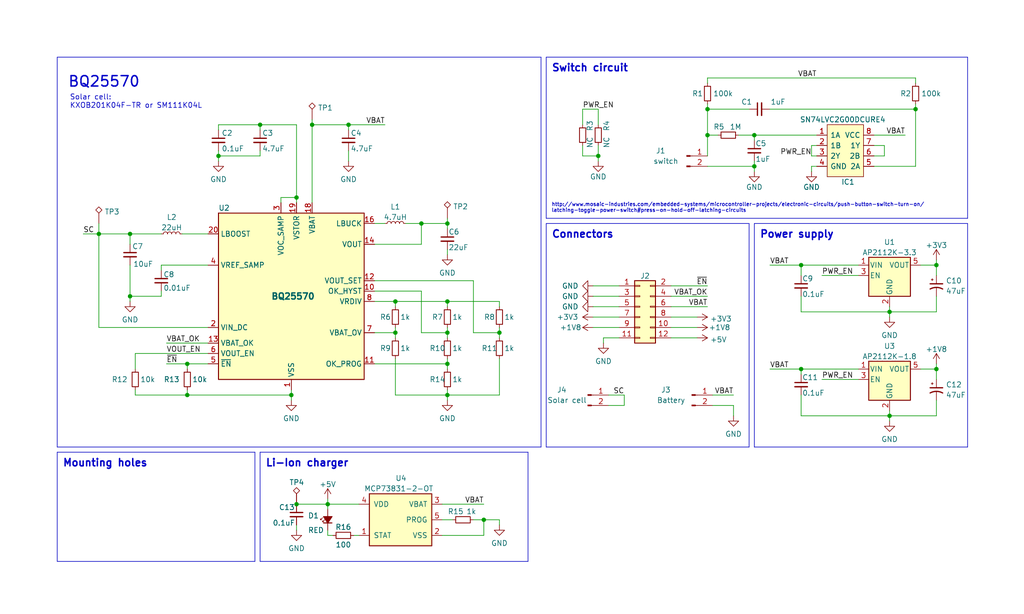
<source format=kicad_sch>
(kicad_sch (version 20230121) (generator eeschema)

  (uuid 65265907-6721-4f79-b3a8-f708d4e7460b)

  (paper "User" 250.012 150.012)

  (title_block
    (title "HexSense Svalbard - PWR")
    (date "2023-05-23")
    (company "MIT Media Lab")
    (comment 1 "Fangzheng Liu")
  )

  (lib_symbols
    (symbol "Battery_Management:BQ25570" (in_bom yes) (on_board yes)
      (property "Reference" "U?" (at -15.24 16.51 0)
        (effects (font (size 1.27 1.27)) (justify left))
      )
      (property "Value" "BQ25570" (at -2.54 -5.08 0)
        (effects (font (size 1.524 1.524) bold) (justify left))
      )
      (property "Footprint" "Package_DFN_QFN:QFN-20-1EP_3.5x3.5mm_P0.5mm_EP2x2mm" (at 7.62 33.02 0)
        (effects (font (size 1.27 1.27)) hide)
      )
      (property "Datasheet" "http://www.ti.com/lit/ds/symlink/bq25570.pdf" (at 10.16 30.48 0)
        (effects (font (size 1.27 1.27)) hide)
      )
      (property "ki_keywords" "harvester solar TEG charger li-on buck" (at 0 0 0)
        (effects (font (size 1.27 1.27)) hide)
      )
      (property "ki_description" "Nano Power Boost Charger and Buck Converter for Energy Harvester Powered Applications, QFN-20" (at 0 0 0)
        (effects (font (size 1.27 1.27)) hide)
      )
      (property "ki_fp_filters" "QFN*1EP*3.5x3.5mm*P0.5mm*" (at 0 0 0)
        (effects (font (size 1.27 1.27)) hide)
      )
      (symbol "BQ25570_0_1"
        (rectangle (start -15.24 15.24) (end 20.32 -25.4)
          (stroke (width 0.254) (type default))
          (fill (type background))
        )
      )
      (symbol "BQ25570_1_1"
        (pin power_in line (at 2.54 -27.94 90) (length 2.54)
          (name "VSS" (effects (font (size 1.27 1.27))))
          (number "1" (effects (font (size 1.27 1.27))))
        )
        (pin input line (at 22.86 -3.81 180) (length 2.54)
          (name "OK_HYST" (effects (font (size 1.27 1.27))))
          (number "10" (effects (font (size 1.27 1.27))))
        )
        (pin input line (at 22.86 -21.59 180) (length 2.54)
          (name "OK_PROG" (effects (font (size 1.27 1.27))))
          (number "11" (effects (font (size 1.27 1.27))))
        )
        (pin input line (at 22.86 -1.27 180) (length 2.54)
          (name "VOUT_SET" (effects (font (size 1.27 1.27))))
          (number "12" (effects (font (size 1.27 1.27))))
        )
        (pin output line (at -17.78 -16.51 0) (length 2.54)
          (name "VBAT_OK" (effects (font (size 1.27 1.27))))
          (number "13" (effects (font (size 1.27 1.27))))
        )
        (pin input line (at 22.86 7.62 180) (length 2.54)
          (name "VOUT" (effects (font (size 1.27 1.27))))
          (number "14" (effects (font (size 1.27 1.27))))
        )
        (pin passive line (at 2.54 -27.94 90) (length 2.54) hide
          (name "VSS" (effects (font (size 1.27 1.27))))
          (number "15" (effects (font (size 1.27 1.27))))
        )
        (pin passive line (at 22.86 12.7 180) (length 2.54)
          (name "LBUCK" (effects (font (size 1.27 1.27))))
          (number "16" (effects (font (size 1.27 1.27))))
        )
        (pin passive line (at 2.54 -27.94 90) (length 2.54) hide
          (name "VSS" (effects (font (size 1.27 1.27))))
          (number "17" (effects (font (size 1.27 1.27))))
        )
        (pin power_in line (at 7.62 17.78 270) (length 2.54)
          (name "VBAT" (effects (font (size 1.27 1.27))))
          (number "18" (effects (font (size 1.27 1.27))))
        )
        (pin power_out line (at 3.81 17.78 270) (length 2.54)
          (name "VSTOR" (effects (font (size 1.27 1.27))))
          (number "19" (effects (font (size 1.27 1.27))))
        )
        (pin power_in line (at -17.78 -12.7 0) (length 2.54)
          (name "VIN_DC" (effects (font (size 1.27 1.27))))
          (number "2" (effects (font (size 1.27 1.27))))
        )
        (pin passive line (at -17.78 10.16 0) (length 2.54)
          (name "LBOOST" (effects (font (size 1.27 1.27))))
          (number "20" (effects (font (size 1.27 1.27))))
        )
        (pin passive line (at 2.54 -27.94 90) (length 2.54) hide
          (name "VSS" (effects (font (size 1.27 1.27))))
          (number "21" (effects (font (size 1.27 1.27))))
        )
        (pin input line (at 0 17.78 270) (length 2.54)
          (name "VOC_SAMP" (effects (font (size 1.27 1.27))))
          (number "3" (effects (font (size 1.27 1.27))))
        )
        (pin passive line (at -17.78 2.54 0) (length 2.54)
          (name "VREF_SAMP" (effects (font (size 1.27 1.27))))
          (number "4" (effects (font (size 1.27 1.27))))
        )
        (pin input line (at -17.78 -21.59 0) (length 2.54)
          (name "~{EN}" (effects (font (size 1.27 1.27))))
          (number "5" (effects (font (size 1.27 1.27))))
        )
        (pin input line (at -17.78 -19.05 0) (length 2.54)
          (name "VOUT_EN" (effects (font (size 1.27 1.27))))
          (number "6" (effects (font (size 1.27 1.27))))
        )
        (pin input line (at 22.86 -13.97 180) (length 2.54)
          (name "VBAT_OV" (effects (font (size 1.27 1.27))))
          (number "7" (effects (font (size 1.27 1.27))))
        )
        (pin output line (at 22.86 -6.35 180) (length 2.54)
          (name "VRDIV" (effects (font (size 1.27 1.27))))
          (number "8" (effects (font (size 1.27 1.27))))
        )
        (pin passive line (at 2.54 -27.94 90) (length 2.54) hide
          (name "VSS" (effects (font (size 1.27 1.27))))
          (number "9" (effects (font (size 1.27 1.27))))
        )
      )
    )
    (symbol "Battery_Management:MCP73831-2-OT" (pin_names (offset 1.016)) (in_bom yes) (on_board yes)
      (property "Reference" "U?" (at -1.27 8.89 0)
        (effects (font (size 1.27 1.27)) (justify left))
      )
      (property "Value" "MCP73831-2-OT" (at -8.89 6.35 0)
        (effects (font (size 1.27 1.27)) (justify left))
      )
      (property "Footprint" "Package_TO_SOT_SMD:SOT-23-5" (at -15.24 24.13 0)
        (effects (font (size 1.27 1.27) italic) (justify left) hide)
      )
      (property "Datasheet" "http://ww1.microchip.com/downloads/en/DeviceDoc/20001984g.pdf" (at -2.54 26.67 0)
        (effects (font (size 1.27 1.27)) hide)
      )
      (property "ki_keywords" "battery charger lithium" (at 0 0 0)
        (effects (font (size 1.27 1.27)) hide)
      )
      (property "ki_description" "Single cell, Li-Ion/Li-Po charge management controller, 4.20V, Tri-State Status Output, in SOT23-5 package" (at 0 0 0)
        (effects (font (size 1.27 1.27)) hide)
      )
      (property "ki_fp_filters" "SOT?23*" (at 0 0 0)
        (effects (font (size 1.27 1.27)) hide)
      )
      (symbol "MCP73831-2-OT_0_1"
        (rectangle (start -7.62 5.08) (end 7.62 -7.62)
          (stroke (width 0.254) (type default))
          (fill (type background))
        )
      )
      (symbol "MCP73831-2-OT_1_1"
        (pin output line (at -10.16 -5.08 0) (length 2.54)
          (name "STAT" (effects (font (size 1.27 1.27))))
          (number "1" (effects (font (size 1.27 1.27))))
        )
        (pin power_in line (at 10.16 -5.08 180) (length 2.54)
          (name "VSS" (effects (font (size 1.27 1.27))))
          (number "2" (effects (font (size 1.27 1.27))))
        )
        (pin power_out line (at 10.16 2.54 180) (length 2.54)
          (name "VBAT" (effects (font (size 1.27 1.27))))
          (number "3" (effects (font (size 1.27 1.27))))
        )
        (pin power_in line (at -10.16 2.54 0) (length 2.54)
          (name "VDD" (effects (font (size 1.27 1.27))))
          (number "4" (effects (font (size 1.27 1.27))))
        )
        (pin input line (at 10.16 -1.27 180) (length 2.54)
          (name "PROG" (effects (font (size 1.27 1.27))))
          (number "5" (effects (font (size 1.27 1.27))))
        )
      )
    )
    (symbol "Connector:Conn_01x02_Male" (pin_names (offset 1.016) hide) (in_bom yes) (on_board yes)
      (property "Reference" "J" (at 0 2.54 0)
        (effects (font (size 1.27 1.27)))
      )
      (property "Value" "Conn_01x02_Male" (at 0 -5.08 0)
        (effects (font (size 1.27 1.27)))
      )
      (property "Footprint" "" (at 0 0 0)
        (effects (font (size 1.27 1.27)) hide)
      )
      (property "Datasheet" "~" (at 0 0 0)
        (effects (font (size 1.27 1.27)) hide)
      )
      (property "ki_keywords" "connector" (at 0 0 0)
        (effects (font (size 1.27 1.27)) hide)
      )
      (property "ki_description" "Generic connector, single row, 01x02, script generated (kicad-library-utils/schlib/autogen/connector/)" (at 0 0 0)
        (effects (font (size 1.27 1.27)) hide)
      )
      (property "ki_fp_filters" "Connector*:*_1x??_*" (at 0 0 0)
        (effects (font (size 1.27 1.27)) hide)
      )
      (symbol "Conn_01x02_Male_1_1"
        (polyline
          (pts
            (xy 1.27 -2.54)
            (xy 0.8636 -2.54)
          )
          (stroke (width 0.1524) (type default))
          (fill (type none))
        )
        (polyline
          (pts
            (xy 1.27 0)
            (xy 0.8636 0)
          )
          (stroke (width 0.1524) (type default))
          (fill (type none))
        )
        (rectangle (start 0.8636 -2.413) (end 0 -2.667)
          (stroke (width 0.1524) (type default))
          (fill (type outline))
        )
        (rectangle (start 0.8636 0.127) (end 0 -0.127)
          (stroke (width 0.1524) (type default))
          (fill (type outline))
        )
        (pin passive line (at 5.08 0 180) (length 3.81)
          (name "Pin_1" (effects (font (size 1.27 1.27))))
          (number "1" (effects (font (size 1.27 1.27))))
        )
        (pin passive line (at 5.08 -2.54 180) (length 3.81)
          (name "Pin_2" (effects (font (size 1.27 1.27))))
          (number "2" (effects (font (size 1.27 1.27))))
        )
      )
    )
    (symbol "Connector:TestPoint_Alt" (pin_numbers hide) (pin_names (offset 0.762) hide) (in_bom yes) (on_board yes)
      (property "Reference" "TP" (at 0 6.858 0)
        (effects (font (size 1.27 1.27)))
      )
      (property "Value" "TestPoint_Alt" (at 0 5.08 0)
        (effects (font (size 1.27 1.27)))
      )
      (property "Footprint" "" (at 5.08 0 0)
        (effects (font (size 1.27 1.27)) hide)
      )
      (property "Datasheet" "~" (at 5.08 0 0)
        (effects (font (size 1.27 1.27)) hide)
      )
      (property "ki_keywords" "test point tp" (at 0 0 0)
        (effects (font (size 1.27 1.27)) hide)
      )
      (property "ki_description" "test point (alternative shape)" (at 0 0 0)
        (effects (font (size 1.27 1.27)) hide)
      )
      (property "ki_fp_filters" "Pin* Test*" (at 0 0 0)
        (effects (font (size 1.27 1.27)) hide)
      )
      (symbol "TestPoint_Alt_0_1"
        (polyline
          (pts
            (xy 0 2.54)
            (xy -0.762 3.302)
            (xy 0 4.064)
            (xy 0.762 3.302)
            (xy 0 2.54)
          )
          (stroke (width 0) (type default))
          (fill (type none))
        )
      )
      (symbol "TestPoint_Alt_1_1"
        (pin passive line (at 0 0 90) (length 2.54)
          (name "1" (effects (font (size 1.27 1.27))))
          (number "1" (effects (font (size 1.27 1.27))))
        )
      )
    )
    (symbol "Connector_Generic:Conn_02x06_Odd_Even" (pin_names (offset 1.016) hide) (in_bom yes) (on_board yes)
      (property "Reference" "J" (at 1.27 7.62 0)
        (effects (font (size 1.27 1.27)))
      )
      (property "Value" "Conn_02x06_Odd_Even" (at 1.27 -10.16 0)
        (effects (font (size 1.27 1.27)))
      )
      (property "Footprint" "" (at 0 0 0)
        (effects (font (size 1.27 1.27)) hide)
      )
      (property "Datasheet" "~" (at 0 0 0)
        (effects (font (size 1.27 1.27)) hide)
      )
      (property "ki_keywords" "connector" (at 0 0 0)
        (effects (font (size 1.27 1.27)) hide)
      )
      (property "ki_description" "Generic connector, double row, 02x06, odd/even pin numbering scheme (row 1 odd numbers, row 2 even numbers), script generated (kicad-library-utils/schlib/autogen/connector/)" (at 0 0 0)
        (effects (font (size 1.27 1.27)) hide)
      )
      (property "ki_fp_filters" "Connector*:*_2x??_*" (at 0 0 0)
        (effects (font (size 1.27 1.27)) hide)
      )
      (symbol "Conn_02x06_Odd_Even_1_1"
        (rectangle (start -1.27 -7.493) (end 0 -7.747)
          (stroke (width 0.1524) (type default))
          (fill (type none))
        )
        (rectangle (start -1.27 -4.953) (end 0 -5.207)
          (stroke (width 0.1524) (type default))
          (fill (type none))
        )
        (rectangle (start -1.27 -2.413) (end 0 -2.667)
          (stroke (width 0.1524) (type default))
          (fill (type none))
        )
        (rectangle (start -1.27 0.127) (end 0 -0.127)
          (stroke (width 0.1524) (type default))
          (fill (type none))
        )
        (rectangle (start -1.27 2.667) (end 0 2.413)
          (stroke (width 0.1524) (type default))
          (fill (type none))
        )
        (rectangle (start -1.27 5.207) (end 0 4.953)
          (stroke (width 0.1524) (type default))
          (fill (type none))
        )
        (rectangle (start -1.27 6.35) (end 3.81 -8.89)
          (stroke (width 0.254) (type default))
          (fill (type background))
        )
        (rectangle (start 3.81 -7.493) (end 2.54 -7.747)
          (stroke (width 0.1524) (type default))
          (fill (type none))
        )
        (rectangle (start 3.81 -4.953) (end 2.54 -5.207)
          (stroke (width 0.1524) (type default))
          (fill (type none))
        )
        (rectangle (start 3.81 -2.413) (end 2.54 -2.667)
          (stroke (width 0.1524) (type default))
          (fill (type none))
        )
        (rectangle (start 3.81 0.127) (end 2.54 -0.127)
          (stroke (width 0.1524) (type default))
          (fill (type none))
        )
        (rectangle (start 3.81 2.667) (end 2.54 2.413)
          (stroke (width 0.1524) (type default))
          (fill (type none))
        )
        (rectangle (start 3.81 5.207) (end 2.54 4.953)
          (stroke (width 0.1524) (type default))
          (fill (type none))
        )
        (pin passive line (at -5.08 5.08 0) (length 3.81)
          (name "Pin_1" (effects (font (size 1.27 1.27))))
          (number "1" (effects (font (size 1.27 1.27))))
        )
        (pin passive line (at 7.62 -5.08 180) (length 3.81)
          (name "Pin_10" (effects (font (size 1.27 1.27))))
          (number "10" (effects (font (size 1.27 1.27))))
        )
        (pin passive line (at -5.08 -7.62 0) (length 3.81)
          (name "Pin_11" (effects (font (size 1.27 1.27))))
          (number "11" (effects (font (size 1.27 1.27))))
        )
        (pin passive line (at 7.62 -7.62 180) (length 3.81)
          (name "Pin_12" (effects (font (size 1.27 1.27))))
          (number "12" (effects (font (size 1.27 1.27))))
        )
        (pin passive line (at 7.62 5.08 180) (length 3.81)
          (name "Pin_2" (effects (font (size 1.27 1.27))))
          (number "2" (effects (font (size 1.27 1.27))))
        )
        (pin passive line (at -5.08 2.54 0) (length 3.81)
          (name "Pin_3" (effects (font (size 1.27 1.27))))
          (number "3" (effects (font (size 1.27 1.27))))
        )
        (pin passive line (at 7.62 2.54 180) (length 3.81)
          (name "Pin_4" (effects (font (size 1.27 1.27))))
          (number "4" (effects (font (size 1.27 1.27))))
        )
        (pin passive line (at -5.08 0 0) (length 3.81)
          (name "Pin_5" (effects (font (size 1.27 1.27))))
          (number "5" (effects (font (size 1.27 1.27))))
        )
        (pin passive line (at 7.62 0 180) (length 3.81)
          (name "Pin_6" (effects (font (size 1.27 1.27))))
          (number "6" (effects (font (size 1.27 1.27))))
        )
        (pin passive line (at -5.08 -2.54 0) (length 3.81)
          (name "Pin_7" (effects (font (size 1.27 1.27))))
          (number "7" (effects (font (size 1.27 1.27))))
        )
        (pin passive line (at 7.62 -2.54 180) (length 3.81)
          (name "Pin_8" (effects (font (size 1.27 1.27))))
          (number "8" (effects (font (size 1.27 1.27))))
        )
        (pin passive line (at -5.08 -5.08 0) (length 3.81)
          (name "Pin_9" (effects (font (size 1.27 1.27))))
          (number "9" (effects (font (size 1.27 1.27))))
        )
      )
    )
    (symbol "Device:C_Polarized_Small_US" (pin_numbers hide) (pin_names (offset 0.254) hide) (in_bom yes) (on_board yes)
      (property "Reference" "C" (at 0.254 1.778 0)
        (effects (font (size 1.27 1.27)) (justify left))
      )
      (property "Value" "C_Polarized_Small_US" (at 0.254 -2.032 0)
        (effects (font (size 1.27 1.27)) (justify left))
      )
      (property "Footprint" "" (at 0 0 0)
        (effects (font (size 1.27 1.27)) hide)
      )
      (property "Datasheet" "~" (at 0 0 0)
        (effects (font (size 1.27 1.27)) hide)
      )
      (property "ki_keywords" "cap capacitor" (at 0 0 0)
        (effects (font (size 1.27 1.27)) hide)
      )
      (property "ki_description" "Polarized capacitor, small US symbol" (at 0 0 0)
        (effects (font (size 1.27 1.27)) hide)
      )
      (property "ki_fp_filters" "CP_*" (at 0 0 0)
        (effects (font (size 1.27 1.27)) hide)
      )
      (symbol "C_Polarized_Small_US_0_1"
        (polyline
          (pts
            (xy -1.524 0.508)
            (xy 1.524 0.508)
          )
          (stroke (width 0.3048) (type default))
          (fill (type none))
        )
        (polyline
          (pts
            (xy -1.27 1.524)
            (xy -0.762 1.524)
          )
          (stroke (width 0) (type default))
          (fill (type none))
        )
        (polyline
          (pts
            (xy -1.016 1.27)
            (xy -1.016 1.778)
          )
          (stroke (width 0) (type default))
          (fill (type none))
        )
        (arc (start 1.524 -0.762) (mid 0 -0.3734) (end -1.524 -0.762)
          (stroke (width 0.3048) (type default))
          (fill (type none))
        )
      )
      (symbol "C_Polarized_Small_US_1_1"
        (pin passive line (at 0 2.54 270) (length 2.032)
          (name "~" (effects (font (size 1.27 1.27))))
          (number "1" (effects (font (size 1.27 1.27))))
        )
        (pin passive line (at 0 -2.54 90) (length 2.032)
          (name "~" (effects (font (size 1.27 1.27))))
          (number "2" (effects (font (size 1.27 1.27))))
        )
      )
    )
    (symbol "Device:C_Small" (pin_numbers hide) (pin_names (offset 0.254) hide) (in_bom yes) (on_board yes)
      (property "Reference" "C" (at 0.254 1.778 0)
        (effects (font (size 1.27 1.27)) (justify left))
      )
      (property "Value" "C_Small" (at 0.254 -2.032 0)
        (effects (font (size 1.27 1.27)) (justify left))
      )
      (property "Footprint" "" (at 0 0 0)
        (effects (font (size 1.27 1.27)) hide)
      )
      (property "Datasheet" "~" (at 0 0 0)
        (effects (font (size 1.27 1.27)) hide)
      )
      (property "ki_keywords" "capacitor cap" (at 0 0 0)
        (effects (font (size 1.27 1.27)) hide)
      )
      (property "ki_description" "Unpolarized capacitor, small symbol" (at 0 0 0)
        (effects (font (size 1.27 1.27)) hide)
      )
      (property "ki_fp_filters" "C_*" (at 0 0 0)
        (effects (font (size 1.27 1.27)) hide)
      )
      (symbol "C_Small_0_1"
        (polyline
          (pts
            (xy -1.524 -0.508)
            (xy 1.524 -0.508)
          )
          (stroke (width 0.3302) (type default))
          (fill (type none))
        )
        (polyline
          (pts
            (xy -1.524 0.508)
            (xy 1.524 0.508)
          )
          (stroke (width 0.3048) (type default))
          (fill (type none))
        )
      )
      (symbol "C_Small_1_1"
        (pin passive line (at 0 2.54 270) (length 2.032)
          (name "~" (effects (font (size 1.27 1.27))))
          (number "1" (effects (font (size 1.27 1.27))))
        )
        (pin passive line (at 0 -2.54 90) (length 2.032)
          (name "~" (effects (font (size 1.27 1.27))))
          (number "2" (effects (font (size 1.27 1.27))))
        )
      )
    )
    (symbol "Device:LED_Small_Filled" (pin_numbers hide) (pin_names (offset 0.254) hide) (in_bom yes) (on_board yes)
      (property "Reference" "D" (at -1.27 3.175 0)
        (effects (font (size 1.27 1.27)) (justify left))
      )
      (property "Value" "LED_Small_Filled" (at -4.445 -2.54 0)
        (effects (font (size 1.27 1.27)) (justify left))
      )
      (property "Footprint" "" (at 0 0 90)
        (effects (font (size 1.27 1.27)) hide)
      )
      (property "Datasheet" "~" (at 0 0 90)
        (effects (font (size 1.27 1.27)) hide)
      )
      (property "ki_keywords" "LED diode light-emitting-diode" (at 0 0 0)
        (effects (font (size 1.27 1.27)) hide)
      )
      (property "ki_description" "Light emitting diode, small symbol, filled shape" (at 0 0 0)
        (effects (font (size 1.27 1.27)) hide)
      )
      (property "ki_fp_filters" "LED* LED_SMD:* LED_THT:*" (at 0 0 0)
        (effects (font (size 1.27 1.27)) hide)
      )
      (symbol "LED_Small_Filled_0_1"
        (polyline
          (pts
            (xy -0.762 -1.016)
            (xy -0.762 1.016)
          )
          (stroke (width 0.254) (type default))
          (fill (type none))
        )
        (polyline
          (pts
            (xy 1.016 0)
            (xy -0.762 0)
          )
          (stroke (width 0) (type default))
          (fill (type none))
        )
        (polyline
          (pts
            (xy 0.762 -1.016)
            (xy -0.762 0)
            (xy 0.762 1.016)
            (xy 0.762 -1.016)
          )
          (stroke (width 0.254) (type default))
          (fill (type outline))
        )
        (polyline
          (pts
            (xy 0 0.762)
            (xy -0.508 1.27)
            (xy -0.254 1.27)
            (xy -0.508 1.27)
            (xy -0.508 1.016)
          )
          (stroke (width 0) (type default))
          (fill (type none))
        )
        (polyline
          (pts
            (xy 0.508 1.27)
            (xy 0 1.778)
            (xy 0.254 1.778)
            (xy 0 1.778)
            (xy 0 1.524)
          )
          (stroke (width 0) (type default))
          (fill (type none))
        )
      )
      (symbol "LED_Small_Filled_1_1"
        (pin passive line (at -2.54 0 0) (length 1.778)
          (name "K" (effects (font (size 1.27 1.27))))
          (number "1" (effects (font (size 1.27 1.27))))
        )
        (pin passive line (at 2.54 0 180) (length 1.778)
          (name "A" (effects (font (size 1.27 1.27))))
          (number "2" (effects (font (size 1.27 1.27))))
        )
      )
    )
    (symbol "Device:L_Small" (pin_numbers hide) (pin_names (offset 0.254) hide) (in_bom yes) (on_board yes)
      (property "Reference" "L" (at 0.762 1.016 0)
        (effects (font (size 1.27 1.27)) (justify left))
      )
      (property "Value" "L_Small" (at 0.762 -1.016 0)
        (effects (font (size 1.27 1.27)) (justify left))
      )
      (property "Footprint" "" (at 0 0 0)
        (effects (font (size 1.27 1.27)) hide)
      )
      (property "Datasheet" "~" (at 0 0 0)
        (effects (font (size 1.27 1.27)) hide)
      )
      (property "ki_keywords" "inductor choke coil reactor magnetic" (at 0 0 0)
        (effects (font (size 1.27 1.27)) hide)
      )
      (property "ki_description" "Inductor, small symbol" (at 0 0 0)
        (effects (font (size 1.27 1.27)) hide)
      )
      (property "ki_fp_filters" "Choke_* *Coil* Inductor_* L_*" (at 0 0 0)
        (effects (font (size 1.27 1.27)) hide)
      )
      (symbol "L_Small_0_1"
        (arc (start 0 -2.032) (mid 0.5058 -1.524) (end 0 -1.016)
          (stroke (width 0) (type default))
          (fill (type none))
        )
        (arc (start 0 -1.016) (mid 0.5058 -0.508) (end 0 0)
          (stroke (width 0) (type default))
          (fill (type none))
        )
        (arc (start 0 0) (mid 0.5058 0.508) (end 0 1.016)
          (stroke (width 0) (type default))
          (fill (type none))
        )
        (arc (start 0 1.016) (mid 0.5058 1.524) (end 0 2.032)
          (stroke (width 0) (type default))
          (fill (type none))
        )
      )
      (symbol "L_Small_1_1"
        (pin passive line (at 0 2.54 270) (length 0.508)
          (name "~" (effects (font (size 1.27 1.27))))
          (number "1" (effects (font (size 1.27 1.27))))
        )
        (pin passive line (at 0 -2.54 90) (length 0.508)
          (name "~" (effects (font (size 1.27 1.27))))
          (number "2" (effects (font (size 1.27 1.27))))
        )
      )
    )
    (symbol "Device:R_Small" (pin_numbers hide) (pin_names (offset 0.254) hide) (in_bom yes) (on_board yes)
      (property "Reference" "R" (at 0.762 0.508 0)
        (effects (font (size 1.27 1.27)) (justify left))
      )
      (property "Value" "R_Small" (at 0.762 -1.016 0)
        (effects (font (size 1.27 1.27)) (justify left))
      )
      (property "Footprint" "" (at 0 0 0)
        (effects (font (size 1.27 1.27)) hide)
      )
      (property "Datasheet" "~" (at 0 0 0)
        (effects (font (size 1.27 1.27)) hide)
      )
      (property "ki_keywords" "R resistor" (at 0 0 0)
        (effects (font (size 1.27 1.27)) hide)
      )
      (property "ki_description" "Resistor, small symbol" (at 0 0 0)
        (effects (font (size 1.27 1.27)) hide)
      )
      (property "ki_fp_filters" "R_*" (at 0 0 0)
        (effects (font (size 1.27 1.27)) hide)
      )
      (symbol "R_Small_0_1"
        (rectangle (start -0.762 1.778) (end 0.762 -1.778)
          (stroke (width 0.2032) (type default))
          (fill (type none))
        )
      )
      (symbol "R_Small_1_1"
        (pin passive line (at 0 2.54 270) (length 0.762)
          (name "~" (effects (font (size 1.27 1.27))))
          (number "1" (effects (font (size 1.27 1.27))))
        )
        (pin passive line (at 0 -2.54 90) (length 0.762)
          (name "~" (effects (font (size 1.27 1.27))))
          (number "2" (effects (font (size 1.27 1.27))))
        )
      )
    )
    (symbol "Regulator_Linear:AP2112K-1.8" (pin_names (offset 0.254)) (in_bom yes) (on_board yes)
      (property "Reference" "U" (at -5.08 5.715 0)
        (effects (font (size 1.27 1.27)) (justify left))
      )
      (property "Value" "AP2112K-1.8" (at 0 5.715 0)
        (effects (font (size 1.27 1.27)) (justify left))
      )
      (property "Footprint" "Package_TO_SOT_SMD:SOT-23-5" (at 0 8.255 0)
        (effects (font (size 1.27 1.27)) hide)
      )
      (property "Datasheet" "https://www.diodes.com/assets/Datasheets/AP2112.pdf" (at 0 2.54 0)
        (effects (font (size 1.27 1.27)) hide)
      )
      (property "ki_keywords" "linear regulator ldo fixed positive" (at 0 0 0)
        (effects (font (size 1.27 1.27)) hide)
      )
      (property "ki_description" "600mA low dropout linear regulator, with enable pin, 2.5V-6V input voltage range, 1.8V fixed positive output, SOT-23-5" (at 0 0 0)
        (effects (font (size 1.27 1.27)) hide)
      )
      (property "ki_fp_filters" "SOT?23?5*" (at 0 0 0)
        (effects (font (size 1.27 1.27)) hide)
      )
      (symbol "AP2112K-1.8_0_1"
        (rectangle (start -5.08 4.445) (end 5.08 -5.08)
          (stroke (width 0.254) (type default))
          (fill (type background))
        )
      )
      (symbol "AP2112K-1.8_1_1"
        (pin power_in line (at -7.62 2.54 0) (length 2.54)
          (name "VIN" (effects (font (size 1.27 1.27))))
          (number "1" (effects (font (size 1.27 1.27))))
        )
        (pin power_in line (at 0 -7.62 90) (length 2.54)
          (name "GND" (effects (font (size 1.27 1.27))))
          (number "2" (effects (font (size 1.27 1.27))))
        )
        (pin input line (at -7.62 0 0) (length 2.54)
          (name "EN" (effects (font (size 1.27 1.27))))
          (number "3" (effects (font (size 1.27 1.27))))
        )
        (pin no_connect line (at 5.08 0 180) (length 2.54) hide
          (name "NC" (effects (font (size 1.27 1.27))))
          (number "4" (effects (font (size 1.27 1.27))))
        )
        (pin power_out line (at 7.62 2.54 180) (length 2.54)
          (name "VOUT" (effects (font (size 1.27 1.27))))
          (number "5" (effects (font (size 1.27 1.27))))
        )
      )
    )
    (symbol "Regulator_Linear:AP2112K-3.3" (pin_names (offset 0.254)) (in_bom yes) (on_board yes)
      (property "Reference" "U" (at -5.08 5.715 0)
        (effects (font (size 1.27 1.27)) (justify left))
      )
      (property "Value" "AP2112K-3.3" (at 0 5.715 0)
        (effects (font (size 1.27 1.27)) (justify left))
      )
      (property "Footprint" "Package_TO_SOT_SMD:SOT-23-5" (at 0 8.255 0)
        (effects (font (size 1.27 1.27)) hide)
      )
      (property "Datasheet" "https://www.diodes.com/assets/Datasheets/AP2112.pdf" (at 0 2.54 0)
        (effects (font (size 1.27 1.27)) hide)
      )
      (property "ki_keywords" "linear regulator ldo fixed positive" (at 0 0 0)
        (effects (font (size 1.27 1.27)) hide)
      )
      (property "ki_description" "600mA low dropout linear regulator, with enable pin, 3.8V-6V input voltage range, 3.3V fixed positive output, SOT-23-5" (at 0 0 0)
        (effects (font (size 1.27 1.27)) hide)
      )
      (property "ki_fp_filters" "SOT?23?5*" (at 0 0 0)
        (effects (font (size 1.27 1.27)) hide)
      )
      (symbol "AP2112K-3.3_0_1"
        (rectangle (start -5.08 4.445) (end 5.08 -5.08)
          (stroke (width 0.254) (type default))
          (fill (type background))
        )
      )
      (symbol "AP2112K-3.3_1_1"
        (pin power_in line (at -7.62 2.54 0) (length 2.54)
          (name "VIN" (effects (font (size 1.27 1.27))))
          (number "1" (effects (font (size 1.27 1.27))))
        )
        (pin power_in line (at 0 -7.62 90) (length 2.54)
          (name "GND" (effects (font (size 1.27 1.27))))
          (number "2" (effects (font (size 1.27 1.27))))
        )
        (pin input line (at -7.62 0 0) (length 2.54)
          (name "EN" (effects (font (size 1.27 1.27))))
          (number "3" (effects (font (size 1.27 1.27))))
        )
        (pin no_connect line (at 5.08 0 180) (length 2.54) hide
          (name "NC" (effects (font (size 1.27 1.27))))
          (number "4" (effects (font (size 1.27 1.27))))
        )
        (pin power_out line (at 7.62 2.54 180) (length 2.54)
          (name "VOUT" (effects (font (size 1.27 1.27))))
          (number "5" (effects (font (size 1.27 1.27))))
        )
      )
    )
    (symbol "SamacSys_Parts:SN74LVC2G00DCURE4" (pin_names (offset 0.762)) (in_bom yes) (on_board yes)
      (property "Reference" "IC" (at 8.89 6.35 0)
        (effects (font (size 1.27 1.27)) (justify left))
      )
      (property "Value" "SN74LVC2G00DCURE4" (at -1.27 3.81 0)
        (effects (font (size 1.27 1.27)) (justify left))
      )
      (property "Footprint" "SOP50P310X90-8N" (at 39.37 25.4 0)
        (effects (font (size 1.27 1.27)) (justify left) hide)
      )
      (property "Datasheet" "http://www.ti.com/general/docs/lit/getliterature.tsp?genericPartNumber=SN74LVC2G00&amp;&amp;fileType=pdf" (at 39.37 22.86 0)
        (effects (font (size 1.27 1.27)) (justify left) hide)
      )
      (property "Description" "TEXAS INSTRUMENTS - SN74LVC2G00DCURE4 - IC, NAND-GATE, DUAL 2-INPUT, SMD" (at 39.37 20.32 0)
        (effects (font (size 1.27 1.27)) (justify left) hide)
      )
      (property "Height" "0.9" (at 39.37 7.62 0)
        (effects (font (size 1.27 1.27)) (justify left) hide)
      )
      (property "Manufacturer_Name" "Texas Instruments" (at 39.37 17.78 0)
        (effects (font (size 1.27 1.27)) (justify left) hide)
      )
      (property "Manufacturer_Part_Number" "SN74LVC2G00DCURE4" (at 39.37 15.24 0)
        (effects (font (size 1.27 1.27)) (justify left) hide)
      )
      (property "Mouser Part Number" "" (at 21.59 -12.7 0)
        (effects (font (size 1.27 1.27)) (justify left) hide)
      )
      (property "Mouser Price/Stock" "" (at 39.37 15.24 0)
        (effects (font (size 1.27 1.27)) (justify left) hide)
      )
      (property "Arrow Part Number" "SN74LVC2G00DCURE4" (at 39.37 12.7 0)
        (effects (font (size 1.27 1.27)) (justify left) hide)
      )
      (property "Arrow Price/Stock" "https://www.arrow.com/en/products/sn74lvc2g00dcure4/texas-instruments" (at 39.37 10.16 0)
        (effects (font (size 1.27 1.27)) (justify left) hide)
      )
      (property "ki_description" "TEXAS INSTRUMENTS - SN74LVC2G00DCURE4 - IC, NAND-GATE, DUAL 2-INPUT, SMD" (at 0 0 0)
        (effects (font (size 1.27 1.27)) hide)
      )
      (symbol "SN74LVC2G00DCURE4_0_0"
        (pin passive line (at 2.54 0 0) (length 2.54)
          (name "1A" (effects (font (size 1.27 1.27))))
          (number "1" (effects (font (size 1.27 1.27))))
        )
        (pin passive line (at 2.54 -2.54 0) (length 2.54)
          (name "1B" (effects (font (size 1.27 1.27))))
          (number "2" (effects (font (size 1.27 1.27))))
        )
        (pin passive line (at 2.54 -5.08 0) (length 2.54)
          (name "2Y" (effects (font (size 1.27 1.27))))
          (number "3" (effects (font (size 1.27 1.27))))
        )
        (pin passive line (at 2.54 -7.62 0) (length 2.54)
          (name "GND" (effects (font (size 1.27 1.27))))
          (number "4" (effects (font (size 1.27 1.27))))
        )
        (pin passive line (at 16.51 -7.62 180) (length 2.54)
          (name "2A" (effects (font (size 1.27 1.27))))
          (number "5" (effects (font (size 1.27 1.27))))
        )
        (pin passive line (at 16.51 -5.08 180) (length 2.54)
          (name "2B" (effects (font (size 1.27 1.27))))
          (number "6" (effects (font (size 1.27 1.27))))
        )
        (pin passive line (at 16.51 -2.54 180) (length 2.54)
          (name "1Y" (effects (font (size 1.27 1.27))))
          (number "7" (effects (font (size 1.27 1.27))))
        )
        (pin passive line (at 16.51 0 180) (length 2.54)
          (name "VCC" (effects (font (size 1.27 1.27))))
          (number "8" (effects (font (size 1.27 1.27))))
        )
      )
      (symbol "SN74LVC2G00DCURE4_0_1"
        (polyline
          (pts
            (xy 5.08 2.54)
            (xy 13.97 2.54)
            (xy 13.97 -10.16)
            (xy 5.08 -10.16)
            (xy 5.08 2.54)
          )
          (stroke (width 0.1524) (type default))
          (fill (type background))
        )
      )
    )
    (symbol "power:+1V8" (power) (pin_names (offset 0)) (in_bom yes) (on_board yes)
      (property "Reference" "#PWR" (at 0 -3.81 0)
        (effects (font (size 1.27 1.27)) hide)
      )
      (property "Value" "+1V8" (at 0 3.556 0)
        (effects (font (size 1.27 1.27)))
      )
      (property "Footprint" "" (at 0 0 0)
        (effects (font (size 1.27 1.27)) hide)
      )
      (property "Datasheet" "" (at 0 0 0)
        (effects (font (size 1.27 1.27)) hide)
      )
      (property "ki_keywords" "power-flag" (at 0 0 0)
        (effects (font (size 1.27 1.27)) hide)
      )
      (property "ki_description" "Power symbol creates a global label with name \"+1V8\"" (at 0 0 0)
        (effects (font (size 1.27 1.27)) hide)
      )
      (symbol "+1V8_0_1"
        (polyline
          (pts
            (xy -0.762 1.27)
            (xy 0 2.54)
          )
          (stroke (width 0) (type default))
          (fill (type none))
        )
        (polyline
          (pts
            (xy 0 0)
            (xy 0 2.54)
          )
          (stroke (width 0) (type default))
          (fill (type none))
        )
        (polyline
          (pts
            (xy 0 2.54)
            (xy 0.762 1.27)
          )
          (stroke (width 0) (type default))
          (fill (type none))
        )
      )
      (symbol "+1V8_1_1"
        (pin power_in line (at 0 0 90) (length 0) hide
          (name "+1V8" (effects (font (size 1.27 1.27))))
          (number "1" (effects (font (size 1.27 1.27))))
        )
      )
    )
    (symbol "power:+3.3V" (power) (pin_names (offset 0)) (in_bom yes) (on_board yes)
      (property "Reference" "#PWR" (at 0 -3.81 0)
        (effects (font (size 1.27 1.27)) hide)
      )
      (property "Value" "+3.3V" (at 0 3.556 0)
        (effects (font (size 1.27 1.27)))
      )
      (property "Footprint" "" (at 0 0 0)
        (effects (font (size 1.27 1.27)) hide)
      )
      (property "Datasheet" "" (at 0 0 0)
        (effects (font (size 1.27 1.27)) hide)
      )
      (property "ki_keywords" "power-flag" (at 0 0 0)
        (effects (font (size 1.27 1.27)) hide)
      )
      (property "ki_description" "Power symbol creates a global label with name \"+3.3V\"" (at 0 0 0)
        (effects (font (size 1.27 1.27)) hide)
      )
      (symbol "+3.3V_0_1"
        (polyline
          (pts
            (xy -0.762 1.27)
            (xy 0 2.54)
          )
          (stroke (width 0) (type default))
          (fill (type none))
        )
        (polyline
          (pts
            (xy 0 0)
            (xy 0 2.54)
          )
          (stroke (width 0) (type default))
          (fill (type none))
        )
        (polyline
          (pts
            (xy 0 2.54)
            (xy 0.762 1.27)
          )
          (stroke (width 0) (type default))
          (fill (type none))
        )
      )
      (symbol "+3.3V_1_1"
        (pin power_in line (at 0 0 90) (length 0) hide
          (name "+3V3" (effects (font (size 1.27 1.27))))
          (number "1" (effects (font (size 1.27 1.27))))
        )
      )
    )
    (symbol "power:+5V" (power) (pin_names (offset 0)) (in_bom yes) (on_board yes)
      (property "Reference" "#PWR" (at 0 -3.81 0)
        (effects (font (size 1.27 1.27)) hide)
      )
      (property "Value" "+5V" (at 0 3.556 0)
        (effects (font (size 1.27 1.27)))
      )
      (property "Footprint" "" (at 0 0 0)
        (effects (font (size 1.27 1.27)) hide)
      )
      (property "Datasheet" "" (at 0 0 0)
        (effects (font (size 1.27 1.27)) hide)
      )
      (property "ki_keywords" "power-flag" (at 0 0 0)
        (effects (font (size 1.27 1.27)) hide)
      )
      (property "ki_description" "Power symbol creates a global label with name \"+5V\"" (at 0 0 0)
        (effects (font (size 1.27 1.27)) hide)
      )
      (symbol "+5V_0_1"
        (polyline
          (pts
            (xy -0.762 1.27)
            (xy 0 2.54)
          )
          (stroke (width 0) (type default))
          (fill (type none))
        )
        (polyline
          (pts
            (xy 0 0)
            (xy 0 2.54)
          )
          (stroke (width 0) (type default))
          (fill (type none))
        )
        (polyline
          (pts
            (xy 0 2.54)
            (xy 0.762 1.27)
          )
          (stroke (width 0) (type default))
          (fill (type none))
        )
      )
      (symbol "+5V_1_1"
        (pin power_in line (at 0 0 90) (length 0) hide
          (name "+5V" (effects (font (size 1.27 1.27))))
          (number "1" (effects (font (size 1.27 1.27))))
        )
      )
    )
    (symbol "power:GND" (power) (pin_names (offset 0)) (in_bom yes) (on_board yes)
      (property "Reference" "#PWR" (at 0 -6.35 0)
        (effects (font (size 1.27 1.27)) hide)
      )
      (property "Value" "GND" (at 0 -3.81 0)
        (effects (font (size 1.27 1.27)))
      )
      (property "Footprint" "" (at 0 0 0)
        (effects (font (size 1.27 1.27)) hide)
      )
      (property "Datasheet" "" (at 0 0 0)
        (effects (font (size 1.27 1.27)) hide)
      )
      (property "ki_keywords" "power-flag" (at 0 0 0)
        (effects (font (size 1.27 1.27)) hide)
      )
      (property "ki_description" "Power symbol creates a global label with name \"GND\" , ground" (at 0 0 0)
        (effects (font (size 1.27 1.27)) hide)
      )
      (symbol "GND_0_1"
        (polyline
          (pts
            (xy 0 0)
            (xy 0 -1.27)
            (xy 1.27 -1.27)
            (xy 0 -2.54)
            (xy -1.27 -1.27)
            (xy 0 -1.27)
          )
          (stroke (width 0) (type default))
          (fill (type none))
        )
      )
      (symbol "GND_1_1"
        (pin power_in line (at 0 0 270) (length 0) hide
          (name "GND" (effects (font (size 1.27 1.27))))
          (number "1" (effects (font (size 1.27 1.27))))
        )
      )
    )
  )

  (junction (at 72.39 123.19) (diameter 0) (color 0 0 0 0)
    (uuid 08d17fa6-0626-4e63-a1ed-3904aa68c725)
  )
  (junction (at 223.52 26.67) (diameter 0) (color 0 0 0 0)
    (uuid 105aa488-9150-4990-9602-14e085c74149)
  )
  (junction (at 63.5 30.48) (diameter 0) (color 0 0 0 0)
    (uuid 12ff6103-1c11-4678-9beb-6572f6874962)
  )
  (junction (at 31.75 72.39) (diameter 0) (color 0 0 0 0)
    (uuid 16a50ce0-644a-4301-9dd4-d7f809ba5fae)
  )
  (junction (at 172.72 26.67) (diameter 0) (color 0 0 0 0)
    (uuid 26896543-f5c4-4213-9b9f-9d5e7ecaa44c)
  )
  (junction (at 109.22 73.66) (diameter 0) (color 0 0 0 0)
    (uuid 28f5ea1b-3c1e-4431-8cc4-193520e0a498)
  )
  (junction (at 109.22 81.28) (diameter 0) (color 0 0 0 0)
    (uuid 2dcf16b8-1dbb-4768-9443-a2fd7c74378a)
  )
  (junction (at 146.05 38.1) (diameter 0) (color 0 0 0 0)
    (uuid 313387f6-b9f6-4298-996d-142f6b71cf14)
  )
  (junction (at 85.09 30.48) (diameter 0) (color 0 0 0 0)
    (uuid 381c8642-7feb-4fb7-a516-9df674ae5c43)
  )
  (junction (at 109.22 96.52) (diameter 0) (color 0 0 0 0)
    (uuid 38bcd18e-d2ae-4b21-ac9d-e6032dc5bd03)
  )
  (junction (at 118.11 127) (diameter 0) (color 0 0 0 0)
    (uuid 3cdad5cc-bc98-49f2-a23f-34f1bfce57a9)
  )
  (junction (at 109.22 88.9) (diameter 0) (color 0 0 0 0)
    (uuid 3f79f3bf-9fe0-4f9e-83fe-de220f7a373c)
  )
  (junction (at 172.72 33.02) (diameter 0) (color 0 0 0 0)
    (uuid 3f9880c9-12e1-40fa-b83e-a226c5d3c82c)
  )
  (junction (at 31.75 57.15) (diameter 0) (color 0 0 0 0)
    (uuid 49e20fc3-c328-40a5-9bfe-2488dcd6f86b)
  )
  (junction (at 228.6 90.17) (diameter 0) (color 0 0 0 0)
    (uuid 4b72cb55-ca92-4757-826e-c6ad5f81ff66)
  )
  (junction (at 184.15 40.64) (diameter 0) (color 0 0 0 0)
    (uuid 51b86421-fa4e-4ab7-9bca-62c8071cb456)
  )
  (junction (at 217.17 101.6) (diameter 0) (color 0 0 0 0)
    (uuid 615484b7-146a-49b1-aea7-d76a2dc60b07)
  )
  (junction (at 109.22 54.61) (diameter 0) (color 0 0 0 0)
    (uuid 6b1918e9-6991-4782-9eca-0356480e5d5b)
  )
  (junction (at 96.52 73.66) (diameter 0) (color 0 0 0 0)
    (uuid 6c167dfd-f3c3-43b4-bc75-b923b233b3e5)
  )
  (junction (at 195.58 90.17) (diameter 0) (color 0 0 0 0)
    (uuid 7bf83fcb-5b30-403b-a653-cb169afce017)
  )
  (junction (at 96.52 81.28) (diameter 0) (color 0 0 0 0)
    (uuid 7f023854-0613-47f9-872a-3058512879ef)
  )
  (junction (at 45.72 96.52) (diameter 0) (color 0 0 0 0)
    (uuid 861a6027-a0e0-4d8e-b69e-9ef2bfc265b4)
  )
  (junction (at 195.58 64.77) (diameter 0) (color 0 0 0 0)
    (uuid 930b2c69-645c-4981-9cf9-42be6abf0cb8)
  )
  (junction (at 45.72 88.9) (diameter 0) (color 0 0 0 0)
    (uuid a8a1864f-23e5-42a4-b969-92cc7e48c840)
  )
  (junction (at 76.2 30.48) (diameter 0) (color 0 0 0 0)
    (uuid a9bc2fc4-186a-4190-9f67-efb7d4e8f602)
  )
  (junction (at 102.87 54.61) (diameter 0) (color 0 0 0 0)
    (uuid b5bb9540-58c2-4dc3-ae68-bec4f02a6e84)
  )
  (junction (at 80.01 123.19) (diameter 0) (color 0 0 0 0)
    (uuid d87767ed-31ea-467b-bbdc-f5c372656c2c)
  )
  (junction (at 24.13 57.15) (diameter 0) (color 0 0 0 0)
    (uuid e145c37a-a2a2-4a21-9314-f63ead85fb7d)
  )
  (junction (at 217.17 76.2) (diameter 0) (color 0 0 0 0)
    (uuid e2bc7171-df57-4c47-a861-f07659a260e3)
  )
  (junction (at 72.39 48.26) (diameter 0) (color 0 0 0 0)
    (uuid e809a228-747d-49cb-afbc-e6928ca630f7)
  )
  (junction (at 121.92 81.28) (diameter 0) (color 0 0 0 0)
    (uuid ee59c1ba-4eb8-4f8f-8769-5bb3946c9ebc)
  )
  (junction (at 71.12 96.52) (diameter 0) (color 0 0 0 0)
    (uuid f45b1173-52da-4975-864f-5dbfe32555bf)
  )
  (junction (at 53.34 38.1) (diameter 0) (color 0 0 0 0)
    (uuid f6e16180-125f-42e1-82da-6e1eeacc4d74)
  )
  (junction (at 184.15 33.02) (diameter 0) (color 0 0 0 0)
    (uuid f7841e57-d4fa-43ff-8c35-1340cb837403)
  )
  (junction (at 228.6 64.77) (diameter 0) (color 0 0 0 0)
    (uuid fb3544ed-cd46-44c1-9016-ec27c21ce762)
  )

  (wire (pts (xy 179.07 99.06) (xy 179.07 101.6))
    (stroke (width 0) (type default))
    (uuid 00cc6313-fc54-4a7a-8e7f-0b5824181f4a)
  )
  (wire (pts (xy 121.92 96.52) (xy 121.92 87.63))
    (stroke (width 0) (type default))
    (uuid 0100ad9c-150d-448a-a7c9-ab6ec025dec3)
  )
  (polyline (pts (xy 182.88 54.61) (xy 182.88 109.22))
    (stroke (width 0) (type default))
    (uuid 027d512b-e8c6-4a51-acb7-2e0c7560e559)
  )

  (wire (pts (xy 107.95 127) (xy 110.49 127))
    (stroke (width 0) (type default))
    (uuid 02926e67-18d3-44b4-9207-55bb5c3e5878)
  )
  (wire (pts (xy 163.83 74.93) (xy 172.72 74.93))
    (stroke (width 0) (type default))
    (uuid 03ecf1e6-4367-4a58-a81c-e273a1b75204)
  )
  (wire (pts (xy 217.17 76.2) (xy 228.6 76.2))
    (stroke (width 0) (type default))
    (uuid 04254e1d-baec-4aaf-902c-83e187f0b7b4)
  )
  (wire (pts (xy 33.02 86.36) (xy 50.8 86.36))
    (stroke (width 0) (type default))
    (uuid 0693253d-c948-411d-a3d5-637b592f13b0)
  )
  (wire (pts (xy 45.72 88.9) (xy 50.8 88.9))
    (stroke (width 0) (type default))
    (uuid 06a754a1-e0cc-4f14-b7df-4c1c680e6e3e)
  )
  (wire (pts (xy 184.15 40.64) (xy 184.15 41.91))
    (stroke (width 0) (type default))
    (uuid 09143da9-ee56-4ac4-b6c1-2ea9f50d030d)
  )
  (wire (pts (xy 217.17 100.33) (xy 217.17 101.6))
    (stroke (width 0) (type default))
    (uuid 0b470632-f266-4f88-a9ca-29840e1aef77)
  )
  (wire (pts (xy 80.01 130.81) (xy 81.28 130.81))
    (stroke (width 0) (type default))
    (uuid 0cf7750b-55d5-4f70-b2bb-8970b63b8b2f)
  )
  (polyline (pts (xy 63.5 110.49) (xy 128.905 110.49))
    (stroke (width 0) (type default))
    (uuid 0d3bc601-e3f0-4ea2-8a0e-2531b51b425b)
  )

  (wire (pts (xy 33.02 95.25) (xy 33.02 96.52))
    (stroke (width 0) (type default))
    (uuid 0ffb3caa-c2dc-4ccc-aa70-49c30e2c16c1)
  )
  (wire (pts (xy 121.92 73.66) (xy 121.92 74.93))
    (stroke (width 0) (type default))
    (uuid 1041e59a-05dc-4999-acc6-978899146095)
  )
  (polyline (pts (xy 62.23 110.49) (xy 13.97 110.49))
    (stroke (width 0) (type default))
    (uuid 112550a6-2f51-4afe-8e76-b8860014e73b)
  )
  (polyline (pts (xy 13.97 110.49) (xy 13.97 137.16))
    (stroke (width 0) (type default))
    (uuid 126c320d-e12b-48bd-b94a-6aea356547ff)
  )

  (wire (pts (xy 172.72 25.4) (xy 172.72 26.67))
    (stroke (width 0) (type default))
    (uuid 130c5332-20d4-4ec0-8bc4-2bb96fb7d8b8)
  )
  (wire (pts (xy 121.92 81.28) (xy 121.92 82.55))
    (stroke (width 0) (type default))
    (uuid 171cc961-e3ad-4ab5-a7be-7c1d19ac2989)
  )
  (wire (pts (xy 173.99 96.52) (xy 179.07 96.52))
    (stroke (width 0) (type default))
    (uuid 18c4d9f3-cadc-4442-9fbd-a7ceac83d41d)
  )
  (wire (pts (xy 53.34 38.1) (xy 63.5 38.1))
    (stroke (width 0) (type default))
    (uuid 1bc16062-79ef-4eec-b087-d2d3c4604468)
  )
  (wire (pts (xy 44.45 57.15) (xy 50.8 57.15))
    (stroke (width 0) (type default))
    (uuid 1bfe171a-98d9-46db-9492-855c2e95383e)
  )
  (polyline (pts (xy 133.35 13.97) (xy 133.35 53.34))
    (stroke (width 0) (type default))
    (uuid 1c8c2bc9-89ec-4a26-a70b-0588137c3bfa)
  )

  (wire (pts (xy 172.72 40.64) (xy 184.15 40.64))
    (stroke (width 0) (type default))
    (uuid 1f0179d1-7293-4f50-b8b4-0af317f91bf5)
  )
  (wire (pts (xy 184.15 39.37) (xy 184.15 40.64))
    (stroke (width 0) (type default))
    (uuid 1fbc3302-ab6e-4684-9563-00bb85eaa1ae)
  )
  (polyline (pts (xy 128.905 110.49) (xy 128.905 137.16))
    (stroke (width 0) (type default))
    (uuid 23244101-1cc1-425e-b45b-a6dfb07bd773)
  )
  (polyline (pts (xy 13.97 137.16) (xy 62.23 137.16))
    (stroke (width 0) (type default))
    (uuid 249af2ff-91fe-4f05-8340-7904b99c5763)
  )

  (wire (pts (xy 85.09 30.48) (xy 93.98 30.48))
    (stroke (width 0) (type default))
    (uuid 269e3282-9056-4942-b7d0-3a4e634bdcd6)
  )
  (wire (pts (xy 163.83 80.01) (xy 170.18 80.01))
    (stroke (width 0) (type default))
    (uuid 279621b0-23ee-47a1-a88c-1617cc0efd90)
  )
  (wire (pts (xy 152.4 96.52) (xy 152.4 99.06))
    (stroke (width 0) (type default))
    (uuid 2a3045fd-49b2-4e17-94bf-b5864659b054)
  )
  (wire (pts (xy 195.58 64.77) (xy 209.55 64.77))
    (stroke (width 0) (type default))
    (uuid 2b12e5d0-b61b-488e-898c-894092f9956c)
  )
  (wire (pts (xy 109.22 73.66) (xy 109.22 74.93))
    (stroke (width 0) (type default))
    (uuid 2d229306-526d-4ef0-8bb9-3dc6690bdfea)
  )
  (polyline (pts (xy 236.22 53.34) (xy 133.35 53.34))
    (stroke (width 0) (type default))
    (uuid 2da2df58-cbfd-4b3c-8cb1-632acfe45655)
  )

  (wire (pts (xy 72.39 128.27) (xy 72.39 129.54))
    (stroke (width 0) (type default))
    (uuid 2ddcd55f-8c15-4e78-bc5a-4b9fdbae2dc6)
  )
  (wire (pts (xy 96.52 96.52) (xy 109.22 96.52))
    (stroke (width 0) (type default))
    (uuid 2e93987f-fdc3-4413-aeee-bf2e475e7773)
  )
  (wire (pts (xy 198.12 38.1) (xy 199.39 38.1))
    (stroke (width 0) (type default))
    (uuid 2ecbac41-460e-4e46-aaad-76a902719c95)
  )
  (polyline (pts (xy 13.97 13.97) (xy 13.97 109.22))
    (stroke (width 0) (type default))
    (uuid 2ee0b466-c444-4035-84c9-a050e466f5bc)
  )

  (wire (pts (xy 39.37 71.12) (xy 39.37 72.39))
    (stroke (width 0) (type default))
    (uuid 30916c3b-d512-4211-9c70-e44b6ad9522b)
  )
  (wire (pts (xy 86.36 130.81) (xy 87.63 130.81))
    (stroke (width 0) (type default))
    (uuid 3096be9b-234a-4190-a45e-75d186fc2105)
  )
  (wire (pts (xy 39.37 66.04) (xy 39.37 64.77))
    (stroke (width 0) (type default))
    (uuid 360f76cc-c29c-40ba-bd12-0f86baeba6fa)
  )
  (wire (pts (xy 195.58 90.17) (xy 195.58 91.44))
    (stroke (width 0) (type default))
    (uuid 36f49dd6-d579-47c1-933a-7c41cd17815f)
  )
  (wire (pts (xy 63.5 30.48) (xy 72.39 30.48))
    (stroke (width 0) (type default))
    (uuid 380b7fad-c298-4d97-bc6f-908a1a18ef46)
  )
  (polyline (pts (xy 184.15 54.61) (xy 184.15 109.22))
    (stroke (width 0) (type default))
    (uuid 381c5588-4de9-4ac5-9d2c-80e7294c3d07)
  )

  (wire (pts (xy 109.22 81.28) (xy 109.22 82.55))
    (stroke (width 0) (type default))
    (uuid 383002c1-14ea-49dc-8352-b5997e70c319)
  )
  (wire (pts (xy 107.95 123.19) (xy 118.11 123.19))
    (stroke (width 0) (type default))
    (uuid 3ae6bd90-2479-41e4-b033-88c5ed155fd7)
  )
  (polyline (pts (xy 128.905 137.16) (xy 63.5 137.16))
    (stroke (width 0) (type default))
    (uuid 3ba61b8f-2eec-4900-8cf9-5c851101d3d5)
  )

  (wire (pts (xy 31.75 73.66) (xy 31.75 72.39))
    (stroke (width 0) (type default))
    (uuid 3dd638b7-ac65-4373-9426-b45ca419e2fa)
  )
  (wire (pts (xy 53.34 31.75) (xy 53.34 30.48))
    (stroke (width 0) (type default))
    (uuid 409301e4-9f1e-4765-a8d2-4989f50325c7)
  )
  (wire (pts (xy 71.12 95.25) (xy 71.12 96.52))
    (stroke (width 0) (type default))
    (uuid 413f23d4-0d9a-456f-9ec2-08de9c3de90b)
  )
  (wire (pts (xy 24.13 54.61) (xy 24.13 57.15))
    (stroke (width 0) (type default))
    (uuid 44b5df8e-5e06-454b-b3df-11c61d3aaaae)
  )
  (wire (pts (xy 184.15 34.29) (xy 184.15 33.02))
    (stroke (width 0) (type default))
    (uuid 4849bb69-9f68-4198-a04b-5f4138b23886)
  )
  (wire (pts (xy 68.58 49.53) (xy 68.58 48.26))
    (stroke (width 0) (type default))
    (uuid 485b6d26-abe3-4abc-a26d-5a92cc22cbf3)
  )
  (wire (pts (xy 217.17 101.6) (xy 217.17 102.87))
    (stroke (width 0) (type default))
    (uuid 4a251f19-956b-4e84-9665-d9a1d5b4a252)
  )
  (wire (pts (xy 24.13 57.15) (xy 24.13 80.01))
    (stroke (width 0) (type default))
    (uuid 4bb8fe6e-da5e-4edc-a6ec-1373b81e14af)
  )
  (wire (pts (xy 173.99 99.06) (xy 179.07 99.06))
    (stroke (width 0) (type default))
    (uuid 4e8ed6e0-0dab-47f5-bcf0-a4956039639c)
  )
  (wire (pts (xy 187.96 64.77) (xy 195.58 64.77))
    (stroke (width 0) (type default))
    (uuid 4fe641c6-8532-4bde-bd8b-213867201aed)
  )
  (polyline (pts (xy 133.35 54.61) (xy 182.88 54.61))
    (stroke (width 0) (type default))
    (uuid 53d0b2cd-bae8-420b-b9ef-ee753e4b5b86)
  )

  (wire (pts (xy 109.22 96.52) (xy 109.22 97.79))
    (stroke (width 0) (type default))
    (uuid 55f7caf6-b8a9-433a-8253-ae3f6be65921)
  )
  (wire (pts (xy 223.52 19.05) (xy 223.52 20.32))
    (stroke (width 0) (type default))
    (uuid 573ec642-e3c8-4aad-b880-62c903aef3f1)
  )
  (wire (pts (xy 144.78 72.39) (xy 151.13 72.39))
    (stroke (width 0) (type default))
    (uuid 583d81ac-bb77-4a50-b097-9ee609ed0385)
  )
  (wire (pts (xy 53.34 30.48) (xy 63.5 30.48))
    (stroke (width 0) (type default))
    (uuid 59f2e29f-1155-427e-9a95-652f62429efe)
  )
  (wire (pts (xy 102.87 59.69) (xy 102.87 54.61))
    (stroke (width 0) (type default))
    (uuid 5a8786e6-c6a7-4f60-8e17-b2f873ae2e8b)
  )
  (wire (pts (xy 200.66 67.31) (xy 209.55 67.31))
    (stroke (width 0) (type default))
    (uuid 5ad2445c-bc8d-490d-975f-a58cb6e8af75)
  )
  (wire (pts (xy 217.17 74.93) (xy 217.17 76.2))
    (stroke (width 0) (type default))
    (uuid 5c41b3ed-9b45-43b4-9c22-072dd3454c3c)
  )
  (wire (pts (xy 187.96 26.67) (xy 223.52 26.67))
    (stroke (width 0) (type default))
    (uuid 5e471e4a-ff5b-4498-a295-9542b5e0ac10)
  )
  (wire (pts (xy 228.6 64.77) (xy 228.6 67.31))
    (stroke (width 0) (type default))
    (uuid 5f7bd0e0-bb7c-49ac-be7a-885d89ac700c)
  )
  (wire (pts (xy 109.22 87.63) (xy 109.22 88.9))
    (stroke (width 0) (type default))
    (uuid 6109e4d3-9ea8-405e-8c12-5e9e50eacb26)
  )
  (wire (pts (xy 228.6 76.2) (xy 228.6 72.39))
    (stroke (width 0) (type default))
    (uuid 61c92099-a01a-45cd-8d83-29a490d26749)
  )
  (wire (pts (xy 76.2 29.21) (xy 76.2 30.48))
    (stroke (width 0) (type default))
    (uuid 62eff552-7a75-4291-a9ee-514d0b3c1c9c)
  )
  (wire (pts (xy 224.79 90.17) (xy 228.6 90.17))
    (stroke (width 0) (type default))
    (uuid 63b9ddf8-f4df-4bcd-a153-4a5a389e04b0)
  )
  (wire (pts (xy 109.22 96.52) (xy 121.92 96.52))
    (stroke (width 0) (type default))
    (uuid 65b8109b-d9a7-49a7-b38d-96c589c57d00)
  )
  (wire (pts (xy 115.57 68.58) (xy 115.57 81.28))
    (stroke (width 0) (type default))
    (uuid 6618ebd7-6d3f-47bf-b6f5-efce07560aec)
  )
  (wire (pts (xy 195.58 72.39) (xy 195.58 76.2))
    (stroke (width 0) (type default))
    (uuid 66d5de3f-454b-43c0-ad0a-08a4fd12f542)
  )
  (wire (pts (xy 213.36 35.56) (xy 215.9 35.56))
    (stroke (width 0) (type default))
    (uuid 6705fb38-5b1a-4055-9d05-6672dca20a85)
  )
  (wire (pts (xy 198.12 41.91) (xy 198.12 40.64))
    (stroke (width 0) (type default))
    (uuid 675caed5-0d16-44ca-83c4-d50e87e102d8)
  )
  (wire (pts (xy 215.9 35.56) (xy 215.9 38.1))
    (stroke (width 0) (type default))
    (uuid 677a6f07-6c03-4b5a-a0b5-0bcf6dfd4eb1)
  )
  (wire (pts (xy 195.58 64.77) (xy 195.58 67.31))
    (stroke (width 0) (type default))
    (uuid 6873f98e-c4c0-4b52-9a5e-4acac028a298)
  )
  (wire (pts (xy 109.22 53.34) (xy 109.22 54.61))
    (stroke (width 0) (type default))
    (uuid 6b207557-9ccc-4325-9a52-44cb0029b396)
  )
  (wire (pts (xy 72.39 123.19) (xy 80.01 123.19))
    (stroke (width 0) (type default))
    (uuid 6b35bc97-0554-4864-a2fd-69b71fea4c14)
  )
  (wire (pts (xy 68.58 48.26) (xy 72.39 48.26))
    (stroke (width 0) (type default))
    (uuid 6d58753e-9a03-4bea-8081-72bad0330055)
  )
  (wire (pts (xy 109.22 80.01) (xy 109.22 81.28))
    (stroke (width 0) (type default))
    (uuid 6e1b2166-27c2-4a9e-adbf-4fc27ae7a88a)
  )
  (wire (pts (xy 24.13 80.01) (xy 50.8 80.01))
    (stroke (width 0) (type default))
    (uuid 6eb278ed-778b-460a-ba8b-db061d6c2766)
  )
  (wire (pts (xy 195.58 101.6) (xy 217.17 101.6))
    (stroke (width 0) (type default))
    (uuid 6eb64d50-a2af-4d3d-87b8-e6bc79aab996)
  )
  (polyline (pts (xy 182.88 109.22) (xy 133.35 109.22))
    (stroke (width 0) (type default))
    (uuid 6f364b94-e652-481f-92d8-ae2a245f9439)
  )

  (wire (pts (xy 102.87 54.61) (xy 99.06 54.61))
    (stroke (width 0) (type default))
    (uuid 6fea432c-1ab6-4552-a3f9-f4768d0e0f74)
  )
  (polyline (pts (xy 132.08 13.97) (xy 132.08 109.22))
    (stroke (width 0) (type default))
    (uuid 704e2086-fcdc-4e75-94a6-ce92c6b9475a)
  )

  (wire (pts (xy 163.83 69.85) (xy 172.72 69.85))
    (stroke (width 0) (type default))
    (uuid 7191c21a-6c71-469e-a8eb-664c10080f01)
  )
  (wire (pts (xy 72.39 49.53) (xy 72.39 48.26))
    (stroke (width 0) (type default))
    (uuid 7284937f-ace9-4f10-a8f9-d8279386ed48)
  )
  (polyline (pts (xy 63.5 110.49) (xy 63.5 137.16))
    (stroke (width 0) (type default))
    (uuid 76b96ab0-43ba-465a-a58a-07cbe24f021d)
  )

  (wire (pts (xy 163.83 82.55) (xy 170.18 82.55))
    (stroke (width 0) (type default))
    (uuid 775de55f-5dc0-45e5-a43e-586dd9bb91f0)
  )
  (wire (pts (xy 172.72 26.67) (xy 172.72 33.02))
    (stroke (width 0) (type default))
    (uuid 78fa1e27-8a50-4244-be6f-3dd29c8610ee)
  )
  (wire (pts (xy 195.58 76.2) (xy 217.17 76.2))
    (stroke (width 0) (type default))
    (uuid 797e92d1-0ffc-4136-9fa3-9c2b0ec26feb)
  )
  (wire (pts (xy 102.87 71.12) (xy 102.87 81.28))
    (stroke (width 0) (type default))
    (uuid 7a5419e0-3526-478e-a4f8-5bb6a572b857)
  )
  (wire (pts (xy 31.75 57.15) (xy 39.37 57.15))
    (stroke (width 0) (type default))
    (uuid 7c7f9267-d401-46c4-b761-fe2e95ab3603)
  )
  (wire (pts (xy 39.37 64.77) (xy 50.8 64.77))
    (stroke (width 0) (type default))
    (uuid 7d9c178e-1f19-473b-acb9-f4b8d32afbb7)
  )
  (wire (pts (xy 31.75 59.69) (xy 31.75 57.15))
    (stroke (width 0) (type default))
    (uuid 7e84dc2b-c6fb-4dad-870a-5713a2380992)
  )
  (wire (pts (xy 85.09 30.48) (xy 85.09 31.75))
    (stroke (width 0) (type default))
    (uuid 80ad87d8-2b3e-4a07-aa4b-0a4a3d95fde4)
  )
  (wire (pts (xy 63.5 30.48) (xy 63.5 31.75))
    (stroke (width 0) (type default))
    (uuid 817877bd-f5fc-4a2a-8920-4c3003d62313)
  )
  (wire (pts (xy 45.72 88.9) (xy 45.72 90.17))
    (stroke (width 0) (type default))
    (uuid 8406d868-acc2-4344-895c-7f3e4d9adad2)
  )
  (wire (pts (xy 109.22 73.66) (xy 121.92 73.66))
    (stroke (width 0) (type default))
    (uuid 854ab77f-b194-45e2-91bf-f8deb1cf2328)
  )
  (wire (pts (xy 198.12 35.56) (xy 198.12 38.1))
    (stroke (width 0) (type default))
    (uuid 864ebabf-dd2e-46ac-84a3-2e018247c736)
  )
  (wire (pts (xy 96.52 73.66) (xy 96.52 74.93))
    (stroke (width 0) (type default))
    (uuid 86b50c39-623f-47b2-b361-de408a382fa1)
  )
  (wire (pts (xy 109.22 60.96) (xy 109.22 62.23))
    (stroke (width 0) (type default))
    (uuid 86cf8b8f-5a18-4044-bde1-99551426096f)
  )
  (wire (pts (xy 223.52 25.4) (xy 223.52 26.67))
    (stroke (width 0) (type default))
    (uuid 87e58b56-11be-4f3f-bec7-e40218ab924c)
  )
  (wire (pts (xy 53.34 38.1) (xy 53.34 39.37))
    (stroke (width 0) (type default))
    (uuid 885f4532-63cb-4c00-a4b9-9f88ba4bdcc7)
  )
  (wire (pts (xy 107.95 130.81) (xy 118.11 130.81))
    (stroke (width 0) (type default))
    (uuid 8db48892-20f8-4232-abdc-4f783aff5fa2)
  )
  (wire (pts (xy 142.24 26.67) (xy 142.24 30.48))
    (stroke (width 0) (type default))
    (uuid 8dd8868c-bf96-4eaa-97fa-64eedea74845)
  )
  (wire (pts (xy 40.64 83.82) (xy 50.8 83.82))
    (stroke (width 0) (type default))
    (uuid 8f2765f2-0b57-4351-9708-70d20f2c78f4)
  )
  (wire (pts (xy 195.58 96.52) (xy 195.58 101.6))
    (stroke (width 0) (type default))
    (uuid 901330b6-5d5b-4457-bdc8-3813eea24a98)
  )
  (polyline (pts (xy 132.08 109.22) (xy 13.97 109.22))
    (stroke (width 0) (type default))
    (uuid 92c8d89d-10ba-464b-92b9-3d6c477d66f0)
  )

  (wire (pts (xy 91.44 73.66) (xy 96.52 73.66))
    (stroke (width 0) (type default))
    (uuid 941cc7ef-afc6-4ed6-b536-d2a88a6da5db)
  )
  (polyline (pts (xy 236.22 13.97) (xy 236.22 53.34))
    (stroke (width 0) (type default))
    (uuid 943c0282-9c76-489b-b67d-c755ac593417)
  )

  (wire (pts (xy 213.36 38.1) (xy 215.9 38.1))
    (stroke (width 0) (type default))
    (uuid 94476634-b469-4b8c-9567-c2d8e74ebe8e)
  )
  (wire (pts (xy 146.05 35.56) (xy 146.05 38.1))
    (stroke (width 0) (type default))
    (uuid 94fbdf34-d6a7-4f9e-80ed-44f18c707f9e)
  )
  (wire (pts (xy 163.83 77.47) (xy 170.18 77.47))
    (stroke (width 0) (type default))
    (uuid 9514fb92-a719-4e0e-93f5-5a6e1527fc02)
  )
  (polyline (pts (xy 62.23 137.16) (xy 62.23 110.49))
    (stroke (width 0) (type default))
    (uuid 9524b549-e9fa-434d-a758-95c0cc60299e)
  )

  (wire (pts (xy 91.44 71.12) (xy 102.87 71.12))
    (stroke (width 0) (type default))
    (uuid 95bab6db-c0c6-4ce5-885a-722ada8eaa02)
  )
  (wire (pts (xy 53.34 36.83) (xy 53.34 38.1))
    (stroke (width 0) (type default))
    (uuid 95dcd0f3-4308-4a7a-98f1-ad7c5e23b90d)
  )
  (wire (pts (xy 121.92 80.01) (xy 121.92 81.28))
    (stroke (width 0) (type default))
    (uuid 9601303e-a608-4505-bb66-e3fe56ad9de9)
  )
  (wire (pts (xy 31.75 72.39) (xy 39.37 72.39))
    (stroke (width 0) (type default))
    (uuid 97214866-20a6-4a72-9757-f93dbb295371)
  )
  (wire (pts (xy 80.01 129.54) (xy 80.01 130.81))
    (stroke (width 0) (type default))
    (uuid 9949459d-4c92-4106-8a4e-5a67174488ed)
  )
  (wire (pts (xy 20.32 57.15) (xy 24.13 57.15))
    (stroke (width 0) (type default))
    (uuid 9ef1a99c-61de-46d8-96b6-1c19981540e4)
  )
  (wire (pts (xy 213.36 33.02) (xy 220.98 33.02))
    (stroke (width 0) (type default))
    (uuid 9f0a4910-3e66-4016-8b6c-9ddd77df3453)
  )
  (wire (pts (xy 228.6 88.9) (xy 228.6 90.17))
    (stroke (width 0) (type default))
    (uuid a0599412-de7b-44ea-acec-6db5810f3beb)
  )
  (wire (pts (xy 142.24 38.1) (xy 146.05 38.1))
    (stroke (width 0) (type default))
    (uuid a4d8eeb7-67f0-46c9-948a-163de4d1be16)
  )
  (wire (pts (xy 80.01 123.19) (xy 87.63 123.19))
    (stroke (width 0) (type default))
    (uuid a584cdec-b3eb-4003-84e5-f70d4e70c6f3)
  )
  (wire (pts (xy 163.83 72.39) (xy 172.72 72.39))
    (stroke (width 0) (type default))
    (uuid a73168a9-4f2a-4591-9c86-e6fe18c15595)
  )
  (wire (pts (xy 71.12 96.52) (xy 71.12 97.79))
    (stroke (width 0) (type default))
    (uuid a733484d-82bf-4968-9497-fe86bc0f3340)
  )
  (polyline (pts (xy 133.35 54.61) (xy 133.35 109.22))
    (stroke (width 0) (type default))
    (uuid aa48925a-f632-4a1b-9aa1-88eef136586e)
  )

  (wire (pts (xy 198.12 40.64) (xy 199.39 40.64))
    (stroke (width 0) (type default))
    (uuid aba72b04-803f-4378-a022-3916033b6642)
  )
  (wire (pts (xy 200.66 92.71) (xy 209.55 92.71))
    (stroke (width 0) (type default))
    (uuid ac3be87e-b634-4a6e-9b07-985e10841552)
  )
  (wire (pts (xy 76.2 30.48) (xy 85.09 30.48))
    (stroke (width 0) (type default))
    (uuid aca60cdf-d31e-4d95-81e4-13f7ddb1756e)
  )
  (wire (pts (xy 228.6 90.17) (xy 228.6 92.71))
    (stroke (width 0) (type default))
    (uuid af692e7f-31cb-4aa4-a4ae-e61e8872155c)
  )
  (wire (pts (xy 76.2 30.48) (xy 76.2 49.53))
    (stroke (width 0) (type default))
    (uuid afa8b646-1c12-4d76-a2a8-5315f532ee7c)
  )
  (wire (pts (xy 172.72 19.05) (xy 172.72 20.32))
    (stroke (width 0) (type default))
    (uuid b07d015b-4874-4025-98ff-1e6f93654dcc)
  )
  (wire (pts (xy 228.6 64.77) (xy 228.6 63.5))
    (stroke (width 0) (type default))
    (uuid b187d06f-1111-47ac-b991-a7528446424a)
  )
  (wire (pts (xy 184.15 33.02) (xy 199.39 33.02))
    (stroke (width 0) (type default))
    (uuid b37a892d-3bef-49f3-9967-567f106027c4)
  )
  (wire (pts (xy 148.59 99.06) (xy 152.4 99.06))
    (stroke (width 0) (type default))
    (uuid b41da8e6-62d5-49db-a154-a6af125218f4)
  )
  (wire (pts (xy 109.22 88.9) (xy 109.22 90.17))
    (stroke (width 0) (type default))
    (uuid b44c5a38-2d8d-47be-ae2f-4bbae53010a9)
  )
  (wire (pts (xy 148.59 96.52) (xy 152.4 96.52))
    (stroke (width 0) (type default))
    (uuid b4fdb35e-9fa7-49de-9853-808384f4f47a)
  )
  (wire (pts (xy 91.44 59.69) (xy 102.87 59.69))
    (stroke (width 0) (type default))
    (uuid b5073981-ef70-4880-9b84-18c0fe189cc6)
  )
  (wire (pts (xy 24.13 57.15) (xy 31.75 57.15))
    (stroke (width 0) (type default))
    (uuid b55d4aa7-5941-445d-bc70-30dad33e0588)
  )
  (wire (pts (xy 144.78 77.47) (xy 151.13 77.47))
    (stroke (width 0) (type default))
    (uuid b58c89a0-180f-4603-a940-e5bca74c5904)
  )
  (wire (pts (xy 31.75 64.77) (xy 31.75 72.39))
    (stroke (width 0) (type default))
    (uuid b9a469d9-5234-45a6-8876-b7dd03b4ac8e)
  )
  (wire (pts (xy 217.17 101.6) (xy 228.6 101.6))
    (stroke (width 0) (type default))
    (uuid ba1f0b6f-8fc6-4fa1-bc45-bb420e0c8083)
  )
  (wire (pts (xy 72.39 48.26) (xy 72.39 30.48))
    (stroke (width 0) (type default))
    (uuid bd22067c-eb68-46f0-8ce4-9e304ef60741)
  )
  (wire (pts (xy 146.05 26.67) (xy 146.05 30.48))
    (stroke (width 0) (type default))
    (uuid be722bf5-a239-4cf3-a591-e30f52818a8e)
  )
  (wire (pts (xy 228.6 101.6) (xy 228.6 97.79))
    (stroke (width 0) (type default))
    (uuid bec09798-0b4f-4c08-938c-814ee40fe84b)
  )
  (wire (pts (xy 96.52 87.63) (xy 96.52 96.52))
    (stroke (width 0) (type default))
    (uuid bfaa6186-ff1d-479f-a242-80958c92d88a)
  )
  (wire (pts (xy 96.52 81.28) (xy 96.52 82.55))
    (stroke (width 0) (type default))
    (uuid c2e3b897-1c3c-493c-853d-9f2e6bff3598)
  )
  (wire (pts (xy 187.96 90.17) (xy 195.58 90.17))
    (stroke (width 0) (type default))
    (uuid c608a34b-62a3-46e1-be15-c9ae609c8df4)
  )
  (polyline (pts (xy 236.22 54.61) (xy 236.22 109.22))
    (stroke (width 0) (type default))
    (uuid c688cec4-c155-4bdc-8859-6b80658322a2)
  )

  (wire (pts (xy 172.72 19.05) (xy 223.52 19.05))
    (stroke (width 0) (type default))
    (uuid c98939b8-04e2-4d7f-875c-f581f7fe69e9)
  )
  (polyline (pts (xy 13.97 13.97) (xy 132.08 13.97))
    (stroke (width 0) (type default))
    (uuid c9eed2e8-0fc2-475a-b578-1752b80a7d0c)
  )

  (wire (pts (xy 146.05 38.1) (xy 146.05 39.37))
    (stroke (width 0) (type default))
    (uuid ca8c489f-de61-417d-88e0-2e98a64ad8c0)
  )
  (wire (pts (xy 118.11 127) (xy 118.11 130.81))
    (stroke (width 0) (type default))
    (uuid cce9c090-a1a6-4455-beae-a796780deacc)
  )
  (wire (pts (xy 144.78 69.85) (xy 151.13 69.85))
    (stroke (width 0) (type default))
    (uuid cf3dd574-c863-40a4-8936-5183653f5af4)
  )
  (wire (pts (xy 96.52 73.66) (xy 109.22 73.66))
    (stroke (width 0) (type default))
    (uuid cf8d9e60-977a-4554-8c06-ed31eb550c40)
  )
  (wire (pts (xy 91.44 81.28) (xy 96.52 81.28))
    (stroke (width 0) (type default))
    (uuid d1fc62d3-89d2-4331-86cd-8359ac39e7e5)
  )
  (wire (pts (xy 63.5 38.1) (xy 63.5 36.83))
    (stroke (width 0) (type default))
    (uuid d40fb5e4-5920-4a41-9f7f-1d3deec5619c)
  )
  (wire (pts (xy 91.44 54.61) (xy 93.98 54.61))
    (stroke (width 0) (type default))
    (uuid d44f156e-0e5d-4576-9f61-1de65225f16d)
  )
  (wire (pts (xy 217.17 76.2) (xy 217.17 77.47))
    (stroke (width 0) (type default))
    (uuid d469cea4-7512-445a-8c57-161c727ced7e)
  )
  (wire (pts (xy 180.34 33.02) (xy 184.15 33.02))
    (stroke (width 0) (type default))
    (uuid d571de9c-4c71-4544-93b7-5364eaa01d92)
  )
  (wire (pts (xy 213.36 40.64) (xy 223.52 40.64))
    (stroke (width 0) (type default))
    (uuid d7fbcae0-4dd9-491f-89a7-732deab34eb7)
  )
  (wire (pts (xy 147.32 82.55) (xy 147.32 83.82))
    (stroke (width 0) (type default))
    (uuid d81517d3-d5a9-408c-9dc6-01d504588c0d)
  )
  (wire (pts (xy 172.72 33.02) (xy 175.26 33.02))
    (stroke (width 0) (type default))
    (uuid d86fdf8b-5687-49fd-ba2e-6f70708efa29)
  )
  (wire (pts (xy 142.24 35.56) (xy 142.24 38.1))
    (stroke (width 0) (type default))
    (uuid d9f96c04-542f-4a9b-8c36-32651d057268)
  )
  (wire (pts (xy 146.05 26.67) (xy 142.24 26.67))
    (stroke (width 0) (type default))
    (uuid daae2c6b-cc41-4db3-8a56-1b89b641b843)
  )
  (wire (pts (xy 40.64 88.9) (xy 45.72 88.9))
    (stroke (width 0) (type default))
    (uuid dbb85f66-7954-4dcb-90c5-8e2c0695eb64)
  )
  (wire (pts (xy 144.78 80.01) (xy 151.13 80.01))
    (stroke (width 0) (type default))
    (uuid dc03b1bb-f581-4091-a838-a7db97bd0d40)
  )
  (wire (pts (xy 224.79 64.77) (xy 228.6 64.77))
    (stroke (width 0) (type default))
    (uuid dde9b344-efcc-4fbc-bf06-466b14c3a6af)
  )
  (wire (pts (xy 115.57 127) (xy 118.11 127))
    (stroke (width 0) (type default))
    (uuid e0e0aa57-dc56-44c3-97fc-0d2e89d8365a)
  )
  (wire (pts (xy 121.92 128.27) (xy 121.92 127))
    (stroke (width 0) (type default))
    (uuid e1ca8300-83f3-4ce0-bef3-67bcb7d7efb0)
  )
  (polyline (pts (xy 236.22 109.22) (xy 184.15 109.22))
    (stroke (width 0) (type default))
    (uuid e2a290b5-585d-4be7-a605-92194957885d)
  )

  (wire (pts (xy 85.09 36.83) (xy 85.09 39.37))
    (stroke (width 0) (type default))
    (uuid e2b52c5d-0bdc-40a6-8d10-e9caa5ea17ca)
  )
  (wire (pts (xy 199.39 35.56) (xy 198.12 35.56))
    (stroke (width 0) (type default))
    (uuid e3529f91-7b73-4416-ac8f-de42f40c2e59)
  )
  (wire (pts (xy 109.22 54.61) (xy 109.22 55.88))
    (stroke (width 0) (type default))
    (uuid e4283fb6-7e91-4d8c-8f04-222d330defc1)
  )
  (wire (pts (xy 33.02 86.36) (xy 33.02 90.17))
    (stroke (width 0) (type default))
    (uuid e58e6786-442d-4f84-8769-705c408b76f4)
  )
  (polyline (pts (xy 184.15 54.61) (xy 236.22 54.61))
    (stroke (width 0) (type default))
    (uuid e6641908-6c92-45d5-864a-dbda6fd61486)
  )

  (wire (pts (xy 96.52 80.01) (xy 96.52 81.28))
    (stroke (width 0) (type default))
    (uuid e72862a1-3640-4f4f-b3d3-348f31edc92c)
  )
  (wire (pts (xy 172.72 26.67) (xy 182.88 26.67))
    (stroke (width 0) (type default))
    (uuid e7e8af82-45c9-411b-bfa9-98c3eb3b9738)
  )
  (wire (pts (xy 91.44 88.9) (xy 109.22 88.9))
    (stroke (width 0) (type default))
    (uuid e8c4f7ff-2ee0-4e11-abed-4a2bcec318f3)
  )
  (wire (pts (xy 121.92 127) (xy 118.11 127))
    (stroke (width 0) (type default))
    (uuid e9e052ee-64e5-4f9c-aa42-e60302aa780c)
  )
  (wire (pts (xy 109.22 95.25) (xy 109.22 96.52))
    (stroke (width 0) (type default))
    (uuid ecac10c2-41ac-42d3-9b8a-1f8b8d0f6dfb)
  )
  (wire (pts (xy 45.72 95.25) (xy 45.72 96.52))
    (stroke (width 0) (type default))
    (uuid ecc394d1-c90c-412f-a0cd-a968a21e5317)
  )
  (wire (pts (xy 80.01 123.19) (xy 80.01 124.46))
    (stroke (width 0) (type default))
    (uuid ed444a89-c43e-4239-b73c-0a23678b9ac8)
  )
  (wire (pts (xy 195.58 90.17) (xy 209.55 90.17))
    (stroke (width 0) (type default))
    (uuid ee0e9113-b085-4c0f-b639-7eb8bb50aada)
  )
  (wire (pts (xy 147.32 82.55) (xy 151.13 82.55))
    (stroke (width 0) (type default))
    (uuid eefda50f-0820-4fb8-b751-a3a4d2dfe99e)
  )
  (wire (pts (xy 144.78 74.93) (xy 151.13 74.93))
    (stroke (width 0) (type default))
    (uuid ef932e4c-1d6b-43a7-94a1-5206ff3fe3aa)
  )
  (wire (pts (xy 91.44 68.58) (xy 115.57 68.58))
    (stroke (width 0) (type default))
    (uuid efa3cd87-a97b-4dde-9a35-c75f7fd98841)
  )
  (polyline (pts (xy 133.35 13.97) (xy 236.22 13.97))
    (stroke (width 0) (type default))
    (uuid f171d7d2-2d60-4dfc-886e-3e820eefb83c)
  )

  (wire (pts (xy 33.02 96.52) (xy 45.72 96.52))
    (stroke (width 0) (type default))
    (uuid f2187aab-7d18-4338-8c36-b3c4d9fa94dd)
  )
  (wire (pts (xy 115.57 81.28) (xy 121.92 81.28))
    (stroke (width 0) (type default))
    (uuid f3f623e6-2dd8-4d5b-8bb9-29e4e0ddccda)
  )
  (wire (pts (xy 80.01 121.92) (xy 80.01 123.19))
    (stroke (width 0) (type default))
    (uuid f62a2c55-f041-4f06-bd91-30b1b5d9f8a8)
  )
  (wire (pts (xy 102.87 54.61) (xy 109.22 54.61))
    (stroke (width 0) (type default))
    (uuid fa60529a-5ccc-4fa4-acf0-2328a6b20ac6)
  )
  (wire (pts (xy 172.72 33.02) (xy 172.72 38.1))
    (stroke (width 0) (type default))
    (uuid fcb893a7-0363-479a-a5bf-b0909e63ef5c)
  )
  (wire (pts (xy 45.72 96.52) (xy 71.12 96.52))
    (stroke (width 0) (type default))
    (uuid fd14a9f3-0043-41a4-8596-544cedd30ff6)
  )
  (wire (pts (xy 102.87 81.28) (xy 109.22 81.28))
    (stroke (width 0) (type default))
    (uuid fe3a0d3d-3d5b-42e7-bcf7-505796811372)
  )
  (wire (pts (xy 223.52 26.67) (xy 223.52 40.64))
    (stroke (width 0) (type default))
    (uuid ff879bbd-a314-41dc-920e-d2dacfbb4070)
  )

  (text "Li-Ion charger" (at 64.77 114.3 0)
    (effects (font (size 1.778 1.778) (thickness 0.3556) bold) (justify left bottom))
    (uuid 17a3eb76-b236-4110-bce7-7147037979bc)
  )
  (text "BQ25570" (at 16.51 21.59 0)
    (effects (font (size 2.54 2.54) (thickness 0.3556) bold) (justify left bottom))
    (uuid 25c24915-f5ab-4b37-82a9-6a3dc0b57bda)
  )
  (text "Switch circuit" (at 134.62 17.78 0)
    (effects (font (size 1.778 1.778) (thickness 0.3556) bold) (justify left bottom))
    (uuid 3656a60e-b3fe-434c-9fcc-a19d222c9fa8)
  )
  (text "Mounting holes" (at 15.24 114.3 0)
    (effects (font (size 1.778 1.778) (thickness 0.3556) bold) (justify left bottom))
    (uuid 42b9c7b7-099b-46d6-8865-0407d76c6783)
  )
  (text "Solar cell:\nKXOB201K04F-TR or SM111K04L" (at 17.018 26.67 0)
    (effects (font (size 1.27 1.27)) (justify left bottom))
    (uuid 518ffe32-b9dc-48a9-bd02-7fdbd38e84e7)
  )
  (text "Power supply" (at 185.42 58.42 0)
    (effects (font (size 1.778 1.778) (thickness 0.3556) bold) (justify left bottom))
    (uuid 926ca284-70b7-4e44-940a-84ade37d7953)
  )
  (text "http://www.mosaic-industries.com/embedded-systems/microcontroller-projects/electronic-circuits/push-button-switch-turn-on/\nlatching-toggle-power-switch#press-on-hold-off-latching-circuits"
    (at 134.62 52.07 0)
    (effects (font (size 0.889 0.889)) (justify left bottom))
    (uuid d8a016ad-3456-4d21-bed6-cc2f7d9e51b3)
  )
  (text "Connectors" (at 134.62 58.42 0)
    (effects (font (size 1.778 1.778) (thickness 0.3556) bold) (justify left bottom))
    (uuid e4475087-be40-4f9f-8b73-33086380c8cb)
  )

  (label "VBAT" (at 172.72 74.93 180) (fields_autoplaced)
    (effects (font (size 1.27 1.27)) (justify right bottom))
    (uuid 011e988f-91ca-4694-a176-d8195778a660)
  )
  (label "~{EN}" (at 40.64 88.9 0) (fields_autoplaced)
    (effects (font (size 1.27 1.27)) (justify left bottom))
    (uuid 1c7dba94-ffee-41ea-8828-0a2288e763ac)
  )
  (label "VBAT" (at 199.39 19.05 180) (fields_autoplaced)
    (effects (font (size 1.27 1.27)) (justify right bottom))
    (uuid 21162acb-2bfd-46bb-b0f5-8cf98d086b0a)
  )
  (label "PWR_EN" (at 198.12 38.1 180) (fields_autoplaced)
    (effects (font (size 1.27 1.27)) (justify right bottom))
    (uuid 27028a8a-9310-47a6-a62c-a2c146e8d8b7)
  )
  (label "VBAT_OK" (at 172.72 72.39 180) (fields_autoplaced)
    (effects (font (size 1.27 1.27)) (justify right bottom))
    (uuid 2e835858-5428-4466-93ff-56eadda10b21)
  )
  (label "PWR_EN" (at 200.66 92.71 0) (fields_autoplaced)
    (effects (font (size 1.27 1.27)) (justify left bottom))
    (uuid 3e2662b1-bf7a-499e-ae07-23c670c8e6e4)
  )
  (label "SC" (at 152.4 96.52 180) (fields_autoplaced)
    (effects (font (size 1.27 1.27)) (justify right bottom))
    (uuid 532e3e0c-bc73-4e75-ad06-1b6844c1701d)
  )
  (label "VBAT" (at 179.07 96.52 180) (fields_autoplaced)
    (effects (font (size 1.27 1.27)) (justify right bottom))
    (uuid 5c8fb65c-86d0-4125-a4b3-2d3b5b08b524)
  )
  (label "VBAT" (at 93.98 30.48 180) (fields_autoplaced)
    (effects (font (size 1.27 1.27)) (justify right bottom))
    (uuid 731acc0e-3883-40ed-912d-d6d036790497)
  )
  (label "VBAT" (at 118.11 123.19 180) (fields_autoplaced)
    (effects (font (size 1.27 1.27)) (justify right bottom))
    (uuid 7fce02ae-3850-41d9-b0f9-33dd86df6cf6)
  )
  (label "~{EN}" (at 172.72 69.85 180) (fields_autoplaced)
    (effects (font (size 1.27 1.27)) (justify right bottom))
    (uuid 8018b6cb-a02e-4de1-b13f-ef8974e2899d)
  )
  (label "VBAT" (at 220.98 33.02 180) (fields_autoplaced)
    (effects (font (size 1.27 1.27)) (justify right bottom))
    (uuid 9714b2da-4ba2-4b7a-8131-104708dcc5ec)
  )
  (label "VBAT" (at 187.96 90.17 0) (fields_autoplaced)
    (effects (font (size 1.27 1.27)) (justify left bottom))
    (uuid a05f9233-7e3c-4275-a97a-bd9c6bc27e3c)
  )
  (label "SC" (at 20.32 57.15 0) (fields_autoplaced)
    (effects (font (size 1.27 1.27)) (justify left bottom))
    (uuid a59a409d-ee44-4464-b670-4d6186d855cf)
  )
  (label "VBAT" (at 187.96 64.77 0) (fields_autoplaced)
    (effects (font (size 1.27 1.27)) (justify left bottom))
    (uuid b7a161e4-36a0-4320-97ba-9d71a8264f98)
  )
  (label "PWR_EN" (at 200.66 67.31 0) (fields_autoplaced)
    (effects (font (size 1.27 1.27)) (justify left bottom))
    (uuid bc3667de-b9ea-4ba2-9e03-90f93b6cf2fd)
  )
  (label "VBAT_OK" (at 40.64 83.82 0) (fields_autoplaced)
    (effects (font (size 1.27 1.27)) (justify left bottom))
    (uuid bee14bc7-67c1-41f8-98ca-3bfff99a2a07)
  )
  (label "PWR_EN" (at 142.24 26.67 0) (fields_autoplaced)
    (effects (font (size 1.27 1.27)) (justify left bottom))
    (uuid d6e62ed4-8769-41fd-8637-e94ef15f7b99)
  )
  (label "VOUT_EN" (at 40.64 86.36 0) (fields_autoplaced)
    (effects (font (size 1.27 1.27)) (justify left bottom))
    (uuid e5664573-60de-4f5e-9275-ba4b122c9eeb)
  )

  (symbol (lib_id "Device:R_Small") (at 223.52 22.86 180) (unit 1)
    (in_bom yes) (on_board yes) (dnp no)
    (uuid 03e64400-d3c7-4bb7-bd50-5f27703f65a5)
    (property "Reference" "R2" (at 221.107 22.86 0)
      (effects (font (size 1.27 1.27)))
    )
    (property "Value" "100k" (at 227.33 22.86 0)
      (effects (font (size 1.27 1.27)))
    )
    (property "Footprint" "Resistor_SMD:R_0402_1005Metric_Pad0.72x0.64mm_HandSolder" (at 223.52 22.86 0)
      (effects (font (size 1.27 1.27)) hide)
    )
    (property "Datasheet" "~" (at 223.52 22.86 0)
      (effects (font (size 1.27 1.27)) hide)
    )
    (pin "1" (uuid 7d7c79ff-b659-406c-9cb0-366ab26b82f5))
    (pin "2" (uuid f38c92e1-0e1d-48e3-807c-6b0529c58f60))
    (instances
      (project "PWR"
        (path "/65265907-6721-4f79-b3a8-f708d4e7460b"
          (reference "R2") (unit 1)
        )
      )
    )
  )

  (symbol (lib_id "Device:C_Small") (at 53.34 34.29 0) (unit 1)
    (in_bom yes) (on_board yes) (dnp no)
    (uuid 086b200b-fd77-4a9a-9c94-ccccafd7aaec)
    (property "Reference" "C2" (at 54.102 32.512 0)
      (effects (font (size 1.27 1.27)) (justify left))
    )
    (property "Value" "0.1uF" (at 54.102 36.322 0)
      (effects (font (size 1.27 1.27)) (justify left))
    )
    (property "Footprint" "Capacitor_SMD:C_0402_1005Metric_Pad0.74x0.62mm_HandSolder" (at 53.34 34.29 0)
      (effects (font (size 1.27 1.27)) hide)
    )
    (property "Datasheet" "~" (at 53.34 34.29 0)
      (effects (font (size 1.27 1.27)) hide)
    )
    (pin "1" (uuid 39ab79b6-258d-405e-98f1-0a9d5ade1073))
    (pin "2" (uuid feacfcb0-6b03-43d4-a28a-5a550a573217))
    (instances
      (project "PWR"
        (path "/65265907-6721-4f79-b3a8-f708d4e7460b"
          (reference "C2") (unit 1)
        )
      )
    )
  )

  (symbol (lib_id "power:+5V") (at 80.01 121.92 0) (unit 1)
    (in_bom yes) (on_board yes) (dnp no) (fields_autoplaced)
    (uuid 0a9dda63-c8d5-4305-a9b3-d71e20315746)
    (property "Reference" "#PWR0105" (at 80.01 125.73 0)
      (effects (font (size 1.27 1.27)) hide)
    )
    (property "Value" "+5V" (at 80.01 118.3442 0)
      (effects (font (size 1.27 1.27)))
    )
    (property "Footprint" "" (at 80.01 121.92 0)
      (effects (font (size 1.27 1.27)) hide)
    )
    (property "Datasheet" "" (at 80.01 121.92 0)
      (effects (font (size 1.27 1.27)) hide)
    )
    (pin "1" (uuid afe7b1f0-7620-4230-a96b-7eb4c6cb5236))
    (instances
      (project "PWR"
        (path "/65265907-6721-4f79-b3a8-f708d4e7460b"
          (reference "#PWR0105") (unit 1)
        )
      )
    )
  )

  (symbol (lib_id "Device:R_Small") (at 96.52 77.47 180) (unit 1)
    (in_bom yes) (on_board yes) (dnp no)
    (uuid 0dc1642e-5a54-4873-8f3f-67fffda0decb)
    (property "Reference" "R6" (at 94.107 77.47 0)
      (effects (font (size 1.27 1.27)))
    )
    (property "Value" "1k" (at 98.933 77.47 0)
      (effects (font (size 1.27 1.27)))
    )
    (property "Footprint" "Resistor_SMD:R_0603_1608Metric_Pad0.98x0.95mm_HandSolder" (at 96.52 77.47 0)
      (effects (font (size 1.27 1.27)) hide)
    )
    (property "Datasheet" "~" (at 96.52 77.47 0)
      (effects (font (size 1.27 1.27)) hide)
    )
    (pin "1" (uuid a166036c-0700-45d9-a36e-ba745a8b9a40))
    (pin "2" (uuid 2f0fec81-6652-48b3-bd6c-630943d32482))
    (instances
      (project "PWR"
        (path "/65265907-6721-4f79-b3a8-f708d4e7460b"
          (reference "R6") (unit 1)
        )
      )
    )
  )

  (symbol (lib_id "power:GND") (at 121.92 128.27 0) (unit 1)
    (in_bom yes) (on_board yes) (dnp no) (fields_autoplaced)
    (uuid 144fdd48-14e1-474a-885f-70b27427b0c1)
    (property "Reference" "#PWR0103" (at 121.92 134.62 0)
      (effects (font (size 1.27 1.27)) hide)
    )
    (property "Value" "GND" (at 121.92 132.7134 0)
      (effects (font (size 1.27 1.27)))
    )
    (property "Footprint" "" (at 121.92 128.27 0)
      (effects (font (size 1.27 1.27)) hide)
    )
    (property "Datasheet" "" (at 121.92 128.27 0)
      (effects (font (size 1.27 1.27)) hide)
    )
    (pin "1" (uuid 941a521e-c8cb-47bc-8182-1f4d36ba7036))
    (instances
      (project "PWR"
        (path "/65265907-6721-4f79-b3a8-f708d4e7460b"
          (reference "#PWR0103") (unit 1)
        )
      )
    )
  )

  (symbol (lib_id "Device:C_Polarized_Small_US") (at 228.6 95.25 0) (unit 1)
    (in_bom yes) (on_board yes) (dnp no) (fields_autoplaced)
    (uuid 146ed7ea-48a9-4617-979a-7924726b124c)
    (property "Reference" "C12" (at 230.9114 93.9835 0)
      (effects (font (size 1.27 1.27)) (justify left))
    )
    (property "Value" "47uF" (at 230.9114 96.5204 0)
      (effects (font (size 1.27 1.27)) (justify left))
    )
    (property "Footprint" "LED_SMD:LED_0805_2012Metric_Pad1.15x1.40mm_HandSolder" (at 228.6 95.25 0)
      (effects (font (size 1.27 1.27)) hide)
    )
    (property "Datasheet" "~" (at 228.6 95.25 0)
      (effects (font (size 1.27 1.27)) hide)
    )
    (pin "1" (uuid 646c85d5-eaf6-4a60-972a-69d9f49edc51))
    (pin "2" (uuid 09cf3838-0ea1-4428-b005-a06f58bece8a))
    (instances
      (project "PWR"
        (path "/65265907-6721-4f79-b3a8-f708d4e7460b"
          (reference "C12") (unit 1)
        )
      )
    )
  )

  (symbol (lib_id "Device:R_Small") (at 177.8 33.02 270) (unit 1)
    (in_bom yes) (on_board yes) (dnp no)
    (uuid 1958fdaf-682a-4d9c-b736-b3d172f2e1be)
    (property "Reference" "R5" (at 175.514 30.988 90)
      (effects (font (size 1.27 1.27)))
    )
    (property "Value" "1M" (at 179.578 30.988 90)
      (effects (font (size 1.27 1.27)))
    )
    (property "Footprint" "Resistor_SMD:R_0603_1608Metric_Pad0.98x0.95mm_HandSolder" (at 177.8 33.02 0)
      (effects (font (size 1.27 1.27)) hide)
    )
    (property "Datasheet" "~" (at 177.8 33.02 0)
      (effects (font (size 1.27 1.27)) hide)
    )
    (pin "1" (uuid 2adabf45-8cd9-41eb-a552-515de1f0f366))
    (pin "2" (uuid ca468de3-0186-4f72-aaf5-a81cd64ff3b6))
    (instances
      (project "PWR"
        (path "/65265907-6721-4f79-b3a8-f708d4e7460b"
          (reference "R5") (unit 1)
        )
      )
    )
  )

  (symbol (lib_id "Device:C_Small") (at 184.15 36.83 0) (unit 1)
    (in_bom yes) (on_board yes) (dnp no)
    (uuid 1b6cf31c-759f-4406-b204-9b77e81057d1)
    (property "Reference" "C5" (at 184.404 35.052 0)
      (effects (font (size 1.27 1.27)) (justify left))
    )
    (property "Value" "1uF" (at 184.404 38.862 0)
      (effects (font (size 1.27 1.27)) (justify left))
    )
    (property "Footprint" "Capacitor_SMD:C_0402_1005Metric_Pad0.74x0.62mm_HandSolder" (at 184.15 36.83 0)
      (effects (font (size 1.27 1.27)) hide)
    )
    (property "Datasheet" "~" (at 184.15 36.83 0)
      (effects (font (size 1.27 1.27)) hide)
    )
    (pin "1" (uuid e7853121-f689-4dd8-84f6-9adfbde4f015))
    (pin "2" (uuid eec831dd-42f4-463e-90b6-2b51b9b72db3))
    (instances
      (project "PWR"
        (path "/65265907-6721-4f79-b3a8-f708d4e7460b"
          (reference "C5") (unit 1)
        )
      )
    )
  )

  (symbol (lib_id "SamacSys_Parts:SN74LVC2G00DCURE4") (at 196.85 33.02 0) (unit 1)
    (in_bom yes) (on_board yes) (dnp no)
    (uuid 1f9f5b7a-ade4-42fc-8913-f23f24b57a45)
    (property "Reference" "IC1" (at 207.01 44.45 0)
      (effects (font (size 1.27 1.27)))
    )
    (property "Value" "SN74LVC2G00DCURE4" (at 205.74 29.21 0)
      (effects (font (size 1.27 1.27)))
    )
    (property "Footprint" "SOP50P310X90-8N" (at 236.22 7.62 0)
      (effects (font (size 1.27 1.27)) (justify left) hide)
    )
    (property "Datasheet" "http://www.ti.com/general/docs/lit/getliterature.tsp?genericPartNumber=SN74LVC2G00&amp;&amp;fileType=pdf" (at 236.22 10.16 0)
      (effects (font (size 1.27 1.27)) (justify left) hide)
    )
    (property "Description" "TEXAS INSTRUMENTS - SN74LVC2G00DCURE4 - IC, NAND-GATE, DUAL 2-INPUT, SMD" (at 236.22 12.7 0)
      (effects (font (size 1.27 1.27)) (justify left) hide)
    )
    (property "Height" "0.9" (at 236.22 25.4 0)
      (effects (font (size 1.27 1.27)) (justify left) hide)
    )
    (property "Manufacturer_Name" "Texas Instruments" (at 236.22 15.24 0)
      (effects (font (size 1.27 1.27)) (justify left) hide)
    )
    (property "Manufacturer_Part_Number" "SN74LVC2G00DCURE4" (at 236.22 17.78 0)
      (effects (font (size 1.27 1.27)) (justify left) hide)
    )
    (property "Mouser Part Number" "" (at 218.44 45.72 0)
      (effects (font (size 1.27 1.27)) (justify left) hide)
    )
    (property "Mouser Price/Stock" "" (at 236.22 17.78 0)
      (effects (font (size 1.27 1.27)) (justify left) hide)
    )
    (property "Arrow Part Number" "SN74LVC2G00DCURE4" (at 236.22 20.32 0)
      (effects (font (size 1.27 1.27)) (justify left) hide)
    )
    (property "Arrow Price/Stock" "https://www.arrow.com/en/products/sn74lvc2g00dcure4/texas-instruments" (at 236.22 22.86 0)
      (effects (font (size 1.27 1.27)) (justify left) hide)
    )
    (pin "1" (uuid 3c20f260-2171-4f8d-9d6a-d19ae75495dd))
    (pin "2" (uuid b8ebfded-4244-4015-b8df-26e7d093c45b))
    (pin "3" (uuid 75db0a81-5de3-48fc-8432-2ce09a0b4aac))
    (pin "4" (uuid 0606a38b-fc8d-497b-8b2e-6e5499dc8f50))
    (pin "5" (uuid c4b2ea69-8b4d-481d-abd6-cefb8c0727c5))
    (pin "6" (uuid b2755475-3c39-44d0-84ca-7caff4855d9a))
    (pin "7" (uuid d2355a3f-7604-460f-8b6f-d77dedc6f40a))
    (pin "8" (uuid 6455b690-5ce8-4326-ad9f-fd84bc84f0d9))
    (instances
      (project "PWR"
        (path "/65265907-6721-4f79-b3a8-f708d4e7460b"
          (reference "IC1") (unit 1)
        )
      )
    )
  )

  (symbol (lib_id "power:GND") (at 217.17 77.47 0) (unit 1)
    (in_bom yes) (on_board yes) (dnp no) (fields_autoplaced)
    (uuid 247d490c-08ad-43fc-99a1-ec7bc7dd29b4)
    (property "Reference" "#PWR0117" (at 217.17 83.82 0)
      (effects (font (size 1.27 1.27)) hide)
    )
    (property "Value" "GND" (at 217.17 81.9134 0)
      (effects (font (size 1.27 1.27)))
    )
    (property "Footprint" "" (at 217.17 77.47 0)
      (effects (font (size 1.27 1.27)) hide)
    )
    (property "Datasheet" "" (at 217.17 77.47 0)
      (effects (font (size 1.27 1.27)) hide)
    )
    (pin "1" (uuid 522ec5c7-4826-41ef-8b5e-de135e928c36))
    (instances
      (project "PWR"
        (path "/65265907-6721-4f79-b3a8-f708d4e7460b"
          (reference "#PWR0117") (unit 1)
        )
      )
    )
  )

  (symbol (lib_id "power:GND") (at 144.78 69.85 270) (unit 1)
    (in_bom yes) (on_board yes) (dnp no)
    (uuid 273bb3e6-4d50-47f7-8edd-3059b9c5cc06)
    (property "Reference" "#PWR0126" (at 138.43 69.85 0)
      (effects (font (size 1.27 1.27)) hide)
    )
    (property "Value" "GND" (at 137.16 69.85 90)
      (effects (font (size 1.27 1.27)) (justify left))
    )
    (property "Footprint" "" (at 144.78 69.85 0)
      (effects (font (size 1.27 1.27)) hide)
    )
    (property "Datasheet" "" (at 144.78 69.85 0)
      (effects (font (size 1.27 1.27)) hide)
    )
    (pin "1" (uuid 7c756541-de1f-4b68-ae54-a8375e0d71e3))
    (instances
      (project "PWR"
        (path "/65265907-6721-4f79-b3a8-f708d4e7460b"
          (reference "#PWR0126") (unit 1)
        )
      )
    )
  )

  (symbol (lib_id "Device:R_Small") (at 45.72 92.71 180) (unit 1)
    (in_bom yes) (on_board yes) (dnp no)
    (uuid 2d75c69a-ad33-468d-bcf2-3c8fa9e1cf10)
    (property "Reference" "R13" (at 41.91 92.71 0)
      (effects (font (size 1.27 1.27)))
    )
    (property "Value" "10k" (at 48.768 92.71 0)
      (effects (font (size 1.27 1.27)))
    )
    (property "Footprint" "Resistor_SMD:R_0603_1608Metric_Pad0.98x0.95mm_HandSolder" (at 45.72 92.71 0)
      (effects (font (size 1.27 1.27)) hide)
    )
    (property "Datasheet" "~" (at 45.72 92.71 0)
      (effects (font (size 1.27 1.27)) hide)
    )
    (pin "1" (uuid 2cc23a0e-a856-4cc6-ba91-183875aaeeab))
    (pin "2" (uuid d12fa94f-7525-4763-aa49-45a642698d5b))
    (instances
      (project "PWR"
        (path "/65265907-6721-4f79-b3a8-f708d4e7460b"
          (reference "R13") (unit 1)
        )
      )
    )
  )

  (symbol (lib_id "Device:C_Small") (at 72.39 125.73 0) (unit 1)
    (in_bom yes) (on_board yes) (dnp no)
    (uuid 2ec4d9b5-8691-4d78-bd8c-907b6b540327)
    (property "Reference" "C13" (at 68.072 123.952 0)
      (effects (font (size 1.27 1.27)) (justify left))
    )
    (property "Value" "0.1uF" (at 66.548 127.762 0)
      (effects (font (size 1.27 1.27)) (justify left))
    )
    (property "Footprint" "Capacitor_SMD:C_0402_1005Metric_Pad0.74x0.62mm_HandSolder" (at 72.39 125.73 0)
      (effects (font (size 1.27 1.27)) hide)
    )
    (property "Datasheet" "~" (at 72.39 125.73 0)
      (effects (font (size 1.27 1.27)) hide)
    )
    (pin "1" (uuid cc735c21-1075-45af-9691-17e5fe9b43b2))
    (pin "2" (uuid d5dd9140-1fff-48c5-8da9-de1b9aec41a2))
    (instances
      (project "PWR"
        (path "/65265907-6721-4f79-b3a8-f708d4e7460b"
          (reference "C13") (unit 1)
        )
      )
    )
  )

  (symbol (lib_id "power:+1V8") (at 170.18 80.01 270) (unit 1)
    (in_bom yes) (on_board yes) (dnp no)
    (uuid 31b4ae37-fd46-4505-9304-dcbf80c35f89)
    (property "Reference" "#PWR0115" (at 166.37 80.01 0)
      (effects (font (size 1.27 1.27)) hide)
    )
    (property "Value" "+1V8" (at 178.308 80.01 90)
      (effects (font (size 1.27 1.27)) (justify right))
    )
    (property "Footprint" "" (at 170.18 80.01 0)
      (effects (font (size 1.27 1.27)) hide)
    )
    (property "Datasheet" "" (at 170.18 80.01 0)
      (effects (font (size 1.27 1.27)) hide)
    )
    (pin "1" (uuid 88cc9a8d-224c-443d-920d-baa6173c4154))
    (instances
      (project "PWR"
        (path "/65265907-6721-4f79-b3a8-f708d4e7460b"
          (reference "#PWR0115") (unit 1)
        )
      )
    )
  )

  (symbol (lib_id "power:GND") (at 184.15 41.91 0) (unit 1)
    (in_bom yes) (on_board yes) (dnp no)
    (uuid 365b99bc-d58e-41fa-af78-e2289d9dd843)
    (property "Reference" "#PWR0123" (at 184.15 48.26 0)
      (effects (font (size 1.27 1.27)) hide)
    )
    (property "Value" "GND" (at 184.15 45.72 0)
      (effects (font (size 1.27 1.27)))
    )
    (property "Footprint" "" (at 184.15 41.91 0)
      (effects (font (size 1.27 1.27)) hide)
    )
    (property "Datasheet" "" (at 184.15 41.91 0)
      (effects (font (size 1.27 1.27)) hide)
    )
    (pin "1" (uuid 794f154b-d2f3-4b92-9409-f5af3f69081e))
    (instances
      (project "PWR"
        (path "/65265907-6721-4f79-b3a8-f708d4e7460b"
          (reference "#PWR0123") (unit 1)
        )
      )
    )
  )

  (symbol (lib_id "power:+1V8") (at 144.78 80.01 90) (unit 1)
    (in_bom yes) (on_board yes) (dnp no)
    (uuid 375b02be-92f4-459a-a944-10f47c977c9d)
    (property "Reference" "#PWR0106" (at 148.59 80.01 0)
      (effects (font (size 1.27 1.27)) hide)
    )
    (property "Value" "+1V8" (at 136.652 80.01 90)
      (effects (font (size 1.27 1.27)) (justify right))
    )
    (property "Footprint" "" (at 144.78 80.01 0)
      (effects (font (size 1.27 1.27)) hide)
    )
    (property "Datasheet" "" (at 144.78 80.01 0)
      (effects (font (size 1.27 1.27)) hide)
    )
    (pin "1" (uuid 657be381-5cef-4797-aa32-2b668422ad0f))
    (instances
      (project "PWR"
        (path "/65265907-6721-4f79-b3a8-f708d4e7460b"
          (reference "#PWR0106") (unit 1)
        )
      )
    )
  )

  (symbol (lib_id "power:GND") (at 109.22 97.79 0) (unit 1)
    (in_bom yes) (on_board yes) (dnp no) (fields_autoplaced)
    (uuid 3d141aa5-4bd2-4938-8459-8375b661fa1e)
    (property "Reference" "#PWR0109" (at 109.22 104.14 0)
      (effects (font (size 1.27 1.27)) hide)
    )
    (property "Value" "GND" (at 109.22 102.2334 0)
      (effects (font (size 1.27 1.27)))
    )
    (property "Footprint" "" (at 109.22 97.79 0)
      (effects (font (size 1.27 1.27)) hide)
    )
    (property "Datasheet" "" (at 109.22 97.79 0)
      (effects (font (size 1.27 1.27)) hide)
    )
    (pin "1" (uuid 0f676944-f17a-4326-85dd-258369e0ba2a))
    (instances
      (project "PWR"
        (path "/65265907-6721-4f79-b3a8-f708d4e7460b"
          (reference "#PWR0109") (unit 1)
        )
      )
    )
  )

  (symbol (lib_id "Device:R_Small") (at 121.92 85.09 180) (unit 1)
    (in_bom yes) (on_board yes) (dnp no)
    (uuid 3d56d2fe-c997-4b12-ac69-ca3bd184f33b)
    (property "Reference" "R11" (at 119.507 85.09 0)
      (effects (font (size 1.27 1.27)))
    )
    (property "Value" "1k" (at 124.333 85.09 0)
      (effects (font (size 1.27 1.27)))
    )
    (property "Footprint" "Resistor_SMD:R_0603_1608Metric_Pad0.98x0.95mm_HandSolder" (at 121.92 85.09 0)
      (effects (font (size 1.27 1.27)) hide)
    )
    (property "Datasheet" "~" (at 121.92 85.09 0)
      (effects (font (size 1.27 1.27)) hide)
    )
    (pin "1" (uuid f3c53cd8-6274-4203-b40f-f9e876e5c0d6))
    (pin "2" (uuid 801870b6-6f2a-4bfc-b7ad-e6616cb86992))
    (instances
      (project "PWR"
        (path "/65265907-6721-4f79-b3a8-f708d4e7460b"
          (reference "R11") (unit 1)
        )
      )
    )
  )

  (symbol (lib_id "Device:C_Small") (at 109.22 58.42 0) (unit 1)
    (in_bom yes) (on_board yes) (dnp no)
    (uuid 40391878-2db8-4ca8-920a-bf4346186976)
    (property "Reference" "C6" (at 109.474 56.642 0)
      (effects (font (size 1.27 1.27)) (justify left))
    )
    (property "Value" "22uF" (at 109.474 60.452 0)
      (effects (font (size 1.27 1.27)) (justify left))
    )
    (property "Footprint" "Capacitor_SMD:C_0805_2012Metric_Pad1.18x1.45mm_HandSolder" (at 109.22 58.42 0)
      (effects (font (size 1.27 1.27)) hide)
    )
    (property "Datasheet" "~" (at 109.22 58.42 0)
      (effects (font (size 1.27 1.27)) hide)
    )
    (pin "1" (uuid b41b0356-ca6c-4096-b487-acd3fdd7fac4))
    (pin "2" (uuid 6974bf5a-ab3b-4adc-b7af-afdf93514d8a))
    (instances
      (project "PWR"
        (path "/65265907-6721-4f79-b3a8-f708d4e7460b"
          (reference "C6") (unit 1)
        )
      )
    )
  )

  (symbol (lib_id "Device:R_Small") (at 109.22 85.09 180) (unit 1)
    (in_bom yes) (on_board yes) (dnp no)
    (uuid 42776709-e292-4260-bea2-b225156e591a)
    (property "Reference" "R10" (at 106.807 85.09 0)
      (effects (font (size 1.27 1.27)))
    )
    (property "Value" "1k" (at 111.633 85.09 0)
      (effects (font (size 1.27 1.27)))
    )
    (property "Footprint" "Resistor_SMD:R_0603_1608Metric_Pad0.98x0.95mm_HandSolder" (at 109.22 85.09 0)
      (effects (font (size 1.27 1.27)) hide)
    )
    (property "Datasheet" "~" (at 109.22 85.09 0)
      (effects (font (size 1.27 1.27)) hide)
    )
    (pin "1" (uuid af4e8004-b8db-4600-b52a-fcf912c1b3f1))
    (pin "2" (uuid bee32b98-1a39-4bd6-b638-dc1e48480b26))
    (instances
      (project "PWR"
        (path "/65265907-6721-4f79-b3a8-f708d4e7460b"
          (reference "R10") (unit 1)
        )
      )
    )
  )

  (symbol (lib_id "Connector:Conn_01x02_Male") (at 167.64 38.1 0) (unit 1)
    (in_bom yes) (on_board yes) (dnp no)
    (uuid 4b085536-5b57-467a-ab25-85f9f8049c54)
    (property "Reference" "J1" (at 161.29 36.83 0)
      (effects (font (size 1.27 1.27)))
    )
    (property "Value" "switch" (at 162.56 39.37 0)
      (effects (font (size 1.27 1.27)))
    )
    (property "Footprint" "Connector_PinHeader_2.54mm:PinHeader_1x02_P2.54mm_Vertical" (at 167.64 38.1 0)
      (effects (font (size 1.27 1.27)) hide)
    )
    (property "Datasheet" "~" (at 167.64 38.1 0)
      (effects (font (size 1.27 1.27)) hide)
    )
    (pin "1" (uuid 60d91fad-bb3a-4f9d-a225-256954359293))
    (pin "2" (uuid a2ac04db-048c-4591-bdf1-a1a0815963c1))
    (instances
      (project "PWR"
        (path "/65265907-6721-4f79-b3a8-f708d4e7460b"
          (reference "J1") (unit 1)
        )
      )
    )
  )

  (symbol (lib_id "power:GND") (at 71.12 97.79 0) (unit 1)
    (in_bom yes) (on_board yes) (dnp no) (fields_autoplaced)
    (uuid 4d4aee85-73f0-4d61-ad79-1fd8c17096f5)
    (property "Reference" "#PWR0102" (at 71.12 104.14 0)
      (effects (font (size 1.27 1.27)) hide)
    )
    (property "Value" "GND" (at 71.12 102.2334 0)
      (effects (font (size 1.27 1.27)))
    )
    (property "Footprint" "" (at 71.12 97.79 0)
      (effects (font (size 1.27 1.27)) hide)
    )
    (property "Datasheet" "" (at 71.12 97.79 0)
      (effects (font (size 1.27 1.27)) hide)
    )
    (pin "1" (uuid 2419f267-078b-4cc4-8bea-095fc4b6eff9))
    (instances
      (project "PWR"
        (path "/65265907-6721-4f79-b3a8-f708d4e7460b"
          (reference "#PWR0102") (unit 1)
        )
      )
    )
  )

  (symbol (lib_id "Connector:TestPoint_Alt") (at 72.39 123.19 0) (unit 1)
    (in_bom yes) (on_board yes) (dnp no)
    (uuid 4f2b7809-e213-4f59-bf84-b86b9b14f3bf)
    (property "Reference" "TP4" (at 70.612 117.856 0)
      (effects (font (size 1.27 1.27)) (justify left))
    )
    (property "Value" "TestPoint_Alt" (at 73.787 121.5902 0)
      (effects (font (size 1.27 1.27)) (justify left) hide)
    )
    (property "Footprint" "TestPoint:TestPoint_Pad_1.0x1.0mm" (at 77.47 123.19 0)
      (effects (font (size 1.27 1.27)) hide)
    )
    (property "Datasheet" "~" (at 77.47 123.19 0)
      (effects (font (size 1.27 1.27)) hide)
    )
    (pin "1" (uuid f267420d-0530-4ccf-932a-0fd2834721e9))
    (instances
      (project "PWR"
        (path "/65265907-6721-4f79-b3a8-f708d4e7460b"
          (reference "TP4") (unit 1)
        )
      )
    )
  )

  (symbol (lib_id "Device:C_Small") (at 63.5 34.29 0) (unit 1)
    (in_bom yes) (on_board yes) (dnp no)
    (uuid 5404bd0c-b222-47ec-83db-5346c9c5fdec)
    (property "Reference" "C3" (at 64.008 32.512 0)
      (effects (font (size 1.27 1.27)) (justify left))
    )
    (property "Value" "4.7uF" (at 64.008 36.322 0)
      (effects (font (size 1.27 1.27)) (justify left))
    )
    (property "Footprint" "Capacitor_SMD:C_0603_1608Metric_Pad1.08x0.95mm_HandSolder" (at 63.5 34.29 0)
      (effects (font (size 1.27 1.27)) hide)
    )
    (property "Datasheet" "~" (at 63.5 34.29 0)
      (effects (font (size 1.27 1.27)) hide)
    )
    (pin "1" (uuid 0042af6b-3d00-4a19-ab2e-10812acd8a6a))
    (pin "2" (uuid 2e5b2742-2a9a-4ed1-8009-caf6e3b847ee))
    (instances
      (project "PWR"
        (path "/65265907-6721-4f79-b3a8-f708d4e7460b"
          (reference "C3") (unit 1)
        )
      )
    )
  )

  (symbol (lib_id "Regulator_Linear:AP2112K-3.3") (at 217.17 67.31 0) (unit 1)
    (in_bom yes) (on_board yes) (dnp no) (fields_autoplaced)
    (uuid 55a85bee-08ed-428d-9f70-6478118fca20)
    (property "Reference" "U1" (at 217.17 59.1652 0)
      (effects (font (size 1.27 1.27)))
    )
    (property "Value" "AP2112K-3.3" (at 217.17 61.7021 0)
      (effects (font (size 1.27 1.27)))
    )
    (property "Footprint" "Package_TO_SOT_SMD:SOT-23-5" (at 217.17 59.055 0)
      (effects (font (size 1.27 1.27)) hide)
    )
    (property "Datasheet" "https://www.diodes.com/assets/Datasheets/AP2112.pdf" (at 217.17 64.77 0)
      (effects (font (size 1.27 1.27)) hide)
    )
    (pin "1" (uuid 0d841c73-1039-485c-8115-e3785ffcc3cf))
    (pin "2" (uuid aa3eda10-633c-4373-ac66-75be57b5212d))
    (pin "3" (uuid bc9852b1-52cf-45b8-a4f6-a60f39927e19))
    (pin "4" (uuid 20d4293a-467d-4571-8479-615c836340dd))
    (pin "5" (uuid c8b17194-32bf-41cf-8490-aadb776dd99c))
    (instances
      (project "PWR"
        (path "/65265907-6721-4f79-b3a8-f708d4e7460b"
          (reference "U1") (unit 1)
        )
      )
    )
  )

  (symbol (lib_id "power:+3.3V") (at 228.6 63.5 0) (unit 1)
    (in_bom yes) (on_board yes) (dnp no) (fields_autoplaced)
    (uuid 5664fb84-db2e-4b0c-98ee-bca99e20f1ae)
    (property "Reference" "#PWR0118" (at 228.6 67.31 0)
      (effects (font (size 1.27 1.27)) hide)
    )
    (property "Value" "+3.3V" (at 228.6 59.9242 0)
      (effects (font (size 1.27 1.27)))
    )
    (property "Footprint" "" (at 228.6 63.5 0)
      (effects (font (size 1.27 1.27)) hide)
    )
    (property "Datasheet" "" (at 228.6 63.5 0)
      (effects (font (size 1.27 1.27)) hide)
    )
    (pin "1" (uuid 944246cd-eac1-4a93-a37c-7cfc8d2fcacd))
    (instances
      (project "PWR"
        (path "/65265907-6721-4f79-b3a8-f708d4e7460b"
          (reference "#PWR0118") (unit 1)
        )
      )
    )
  )

  (symbol (lib_id "power:GND") (at 144.78 74.93 270) (unit 1)
    (in_bom yes) (on_board yes) (dnp no)
    (uuid 5c64e8e8-6c2d-483f-aafc-e21e16486282)
    (property "Reference" "#PWR0124" (at 138.43 74.93 0)
      (effects (font (size 1.27 1.27)) hide)
    )
    (property "Value" "GND" (at 137.16 74.93 90)
      (effects (font (size 1.27 1.27)) (justify left))
    )
    (property "Footprint" "" (at 144.78 74.93 0)
      (effects (font (size 1.27 1.27)) hide)
    )
    (property "Datasheet" "" (at 144.78 74.93 0)
      (effects (font (size 1.27 1.27)) hide)
    )
    (pin "1" (uuid 92f759df-e7f5-4cd6-b760-c1a61545e330))
    (instances
      (project "PWR"
        (path "/65265907-6721-4f79-b3a8-f708d4e7460b"
          (reference "#PWR0124") (unit 1)
        )
      )
    )
  )

  (symbol (lib_id "Device:C_Small") (at 31.75 62.23 0) (unit 1)
    (in_bom yes) (on_board yes) (dnp no)
    (uuid 6025f522-866d-4c52-85c4-ce7cd66d542a)
    (property "Reference" "C7" (at 32.258 60.198 0)
      (effects (font (size 1.27 1.27)) (justify left))
    )
    (property "Value" "10uF" (at 32.512 64.516 0)
      (effects (font (size 1.27 1.27)) (justify left))
    )
    (property "Footprint" "Capacitor_SMD:C_0603_1608Metric_Pad1.08x0.95mm_HandSolder" (at 31.75 62.23 0)
      (effects (font (size 1.27 1.27)) hide)
    )
    (property "Datasheet" "~" (at 31.75 62.23 0)
      (effects (font (size 1.27 1.27)) hide)
    )
    (pin "1" (uuid 7d0b73c4-ecc7-4362-9ae1-df1ea1d895ac))
    (pin "2" (uuid 57c8591c-5b7e-463c-a40b-49fb35230c29))
    (instances
      (project "PWR"
        (path "/65265907-6721-4f79-b3a8-f708d4e7460b"
          (reference "C7") (unit 1)
        )
      )
    )
  )

  (symbol (lib_id "Connector:Conn_01x02_Male") (at 168.91 96.52 0) (unit 1)
    (in_bom yes) (on_board yes) (dnp no)
    (uuid 60510a67-ca97-4715-9269-64963d907606)
    (property "Reference" "J3" (at 162.56 95.25 0)
      (effects (font (size 1.27 1.27)))
    )
    (property "Value" "Battery" (at 163.83 97.79 0)
      (effects (font (size 1.27 1.27)))
    )
    (property "Footprint" "Connector_PinHeader_2.00mm:PinHeader_2x01_P2.00mm_Vertical" (at 168.91 96.52 0)
      (effects (font (size 1.27 1.27)) hide)
    )
    (property "Datasheet" "~" (at 168.91 96.52 0)
      (effects (font (size 1.27 1.27)) hide)
    )
    (pin "1" (uuid d6d5ef69-d6de-4c98-abd9-a781cad5d9e2))
    (pin "2" (uuid c434cc3c-d03c-4aaf-909f-9b6a2b7f71fe))
    (instances
      (project "PWR"
        (path "/65265907-6721-4f79-b3a8-f708d4e7460b"
          (reference "J3") (unit 1)
        )
      )
    )
  )

  (symbol (lib_id "Device:R_Small") (at 121.92 77.47 180) (unit 1)
    (in_bom yes) (on_board yes) (dnp no)
    (uuid 621515d2-7ec9-469c-b91a-67d8c4413af9)
    (property "Reference" "R8" (at 119.507 77.47 0)
      (effects (font (size 1.27 1.27)))
    )
    (property "Value" "1k" (at 124.333 77.47 0)
      (effects (font (size 1.27 1.27)))
    )
    (property "Footprint" "Resistor_SMD:R_0603_1608Metric_Pad0.98x0.95mm_HandSolder" (at 121.92 77.47 0)
      (effects (font (size 1.27 1.27)) hide)
    )
    (property "Datasheet" "~" (at 121.92 77.47 0)
      (effects (font (size 1.27 1.27)) hide)
    )
    (pin "1" (uuid 5e877813-65db-464b-bf60-37c0f5e6e342))
    (pin "2" (uuid f485fa4b-f9c4-45e3-bdb8-b20b3bbdb84c))
    (instances
      (project "PWR"
        (path "/65265907-6721-4f79-b3a8-f708d4e7460b"
          (reference "R8") (unit 1)
        )
      )
    )
  )

  (symbol (lib_id "Device:R_Small") (at 83.82 130.81 270) (unit 1)
    (in_bom yes) (on_board yes) (dnp no)
    (uuid 641571d0-98d3-4bb5-bfca-e4de8bfdac0d)
    (property "Reference" "R16" (at 83.82 128.778 90)
      (effects (font (size 1.27 1.27)))
    )
    (property "Value" "100" (at 83.82 133.096 90)
      (effects (font (size 1.27 1.27)))
    )
    (property "Footprint" "Resistor_SMD:R_0603_1608Metric_Pad0.98x0.95mm_HandSolder" (at 83.82 130.81 0)
      (effects (font (size 1.27 1.27)) hide)
    )
    (property "Datasheet" "~" (at 83.82 130.81 0)
      (effects (font (size 1.27 1.27)) hide)
    )
    (pin "1" (uuid f716494f-bb8f-4958-a79c-8b11f04d801d))
    (pin "2" (uuid 28a142f6-576d-42b5-b069-5042eead1961))
    (instances
      (project "PWR"
        (path "/65265907-6721-4f79-b3a8-f708d4e7460b"
          (reference "R16") (unit 1)
        )
      )
    )
  )

  (symbol (lib_id "power:GND") (at 53.34 39.37 0) (unit 1)
    (in_bom yes) (on_board yes) (dnp no) (fields_autoplaced)
    (uuid 64abc1ee-0888-436a-8016-6c603886ff2f)
    (property "Reference" "#PWR0101" (at 53.34 45.72 0)
      (effects (font (size 1.27 1.27)) hide)
    )
    (property "Value" "GND" (at 53.34 43.8134 0)
      (effects (font (size 1.27 1.27)))
    )
    (property "Footprint" "" (at 53.34 39.37 0)
      (effects (font (size 1.27 1.27)) hide)
    )
    (property "Datasheet" "" (at 53.34 39.37 0)
      (effects (font (size 1.27 1.27)) hide)
    )
    (pin "1" (uuid d7815afd-d819-4e1b-8778-569de4a8eab8))
    (instances
      (project "PWR"
        (path "/65265907-6721-4f79-b3a8-f708d4e7460b"
          (reference "#PWR0101") (unit 1)
        )
      )
    )
  )

  (symbol (lib_id "Device:R_Small") (at 109.22 92.71 180) (unit 1)
    (in_bom yes) (on_board yes) (dnp no)
    (uuid 710d8236-4451-4ac3-9265-dade7a931a82)
    (property "Reference" "R14" (at 106.807 92.71 0)
      (effects (font (size 1.27 1.27)))
    )
    (property "Value" "1k" (at 111.633 92.71 0)
      (effects (font (size 1.27 1.27)))
    )
    (property "Footprint" "Resistor_SMD:R_0603_1608Metric_Pad0.98x0.95mm_HandSolder" (at 109.22 92.71 0)
      (effects (font (size 1.27 1.27)) hide)
    )
    (property "Datasheet" "~" (at 109.22 92.71 0)
      (effects (font (size 1.27 1.27)) hide)
    )
    (pin "1" (uuid eb9e07c3-e7d9-4f43-a553-eeda63f683a2))
    (pin "2" (uuid 3eb2f5f5-7e4d-4646-a210-59691885d948))
    (instances
      (project "PWR"
        (path "/65265907-6721-4f79-b3a8-f708d4e7460b"
          (reference "R14") (unit 1)
        )
      )
    )
  )

  (symbol (lib_id "Device:R_Small") (at 109.22 77.47 180) (unit 1)
    (in_bom yes) (on_board yes) (dnp no)
    (uuid 73dc501a-b893-4b44-a097-564e7ad50a94)
    (property "Reference" "R7" (at 106.807 77.47 0)
      (effects (font (size 1.27 1.27)))
    )
    (property "Value" "1k" (at 111.633 77.47 0)
      (effects (font (size 1.27 1.27)))
    )
    (property "Footprint" "Resistor_SMD:R_0603_1608Metric_Pad0.98x0.95mm_HandSolder" (at 109.22 77.47 0)
      (effects (font (size 1.27 1.27)) hide)
    )
    (property "Datasheet" "~" (at 109.22 77.47 0)
      (effects (font (size 1.27 1.27)) hide)
    )
    (pin "1" (uuid d7c5163b-0ea2-411c-8ae2-c9da1b7ca197))
    (pin "2" (uuid 15218d59-7fcf-43e7-8909-387d33fcf8c2))
    (instances
      (project "PWR"
        (path "/65265907-6721-4f79-b3a8-f708d4e7460b"
          (reference "R7") (unit 1)
        )
      )
    )
  )

  (symbol (lib_id "power:GND") (at 198.12 41.91 0) (unit 1)
    (in_bom yes) (on_board yes) (dnp no)
    (uuid 78311917-005c-4cd6-a758-40ead1892094)
    (property "Reference" "#PWR0121" (at 198.12 48.26 0)
      (effects (font (size 1.27 1.27)) hide)
    )
    (property "Value" "GND" (at 198.12 45.72 0)
      (effects (font (size 1.27 1.27)))
    )
    (property "Footprint" "" (at 198.12 41.91 0)
      (effects (font (size 1.27 1.27)) hide)
    )
    (property "Datasheet" "" (at 198.12 41.91 0)
      (effects (font (size 1.27 1.27)) hide)
    )
    (pin "1" (uuid 1a975d7d-e867-494f-b4a3-77649faaffbf))
    (instances
      (project "PWR"
        (path "/65265907-6721-4f79-b3a8-f708d4e7460b"
          (reference "#PWR0121") (unit 1)
        )
      )
    )
  )

  (symbol (lib_id "power:+3.3V") (at 170.18 77.47 270) (unit 1)
    (in_bom yes) (on_board yes) (dnp no) (fields_autoplaced)
    (uuid 7d5ff1f1-b0bc-4774-8198-94ac86c4c103)
    (property "Reference" "#PWR0113" (at 166.37 77.47 0)
      (effects (font (size 1.27 1.27)) hide)
    )
    (property "Value" "+3.3V" (at 173.355 77.9038 90)
      (effects (font (size 1.27 1.27)) (justify left))
    )
    (property "Footprint" "" (at 170.18 77.47 0)
      (effects (font (size 1.27 1.27)) hide)
    )
    (property "Datasheet" "" (at 170.18 77.47 0)
      (effects (font (size 1.27 1.27)) hide)
    )
    (pin "1" (uuid 80abcb76-276c-4082-bbf3-bd506b844d3e))
    (instances
      (project "PWR"
        (path "/65265907-6721-4f79-b3a8-f708d4e7460b"
          (reference "#PWR0113") (unit 1)
        )
      )
    )
  )

  (symbol (lib_id "Device:L_Small") (at 96.52 54.61 90) (unit 1)
    (in_bom yes) (on_board yes) (dnp no) (fields_autoplaced)
    (uuid 8161f1a1-8138-4063-a2e9-7bb81f7cfff0)
    (property "Reference" "L1" (at 96.52 50.5292 90)
      (effects (font (size 1.27 1.27)))
    )
    (property "Value" "4.7uH" (at 96.52 53.0661 90)
      (effects (font (size 1.27 1.27)))
    )
    (property "Footprint" "Inductor_SMD:L_Wuerth_MAPI-3015" (at 96.52 54.61 0)
      (effects (font (size 1.27 1.27)) hide)
    )
    (property "Datasheet" "~" (at 96.52 54.61 0)
      (effects (font (size 1.27 1.27)) hide)
    )
    (pin "1" (uuid 1900b791-b8fb-4385-b9a9-ee9d8b5f5599))
    (pin "2" (uuid 9fc5556c-ce6e-4c09-8062-b97f16cfea3d))
    (instances
      (project "PWR"
        (path "/65265907-6721-4f79-b3a8-f708d4e7460b"
          (reference "L1") (unit 1)
        )
      )
    )
  )

  (symbol (lib_id "power:GND") (at 72.39 129.54 0) (unit 1)
    (in_bom yes) (on_board yes) (dnp no) (fields_autoplaced)
    (uuid 8701cc28-78b3-41e8-ac12-77eb7a78bf2a)
    (property "Reference" "#PWR0104" (at 72.39 135.89 0)
      (effects (font (size 1.27 1.27)) hide)
    )
    (property "Value" "GND" (at 72.39 133.9834 0)
      (effects (font (size 1.27 1.27)))
    )
    (property "Footprint" "" (at 72.39 129.54 0)
      (effects (font (size 1.27 1.27)) hide)
    )
    (property "Datasheet" "" (at 72.39 129.54 0)
      (effects (font (size 1.27 1.27)) hide)
    )
    (pin "1" (uuid 0144e714-949a-48ae-b933-13cd8841fbbc))
    (instances
      (project "PWR"
        (path "/65265907-6721-4f79-b3a8-f708d4e7460b"
          (reference "#PWR0104") (unit 1)
        )
      )
    )
  )

  (symbol (lib_id "power:GND") (at 144.78 72.39 270) (unit 1)
    (in_bom yes) (on_board yes) (dnp no)
    (uuid 888ac93d-9fbc-4684-9259-e893288eb2ff)
    (property "Reference" "#PWR0125" (at 138.43 72.39 0)
      (effects (font (size 1.27 1.27)) hide)
    )
    (property "Value" "GND" (at 137.16 72.39 90)
      (effects (font (size 1.27 1.27)) (justify left))
    )
    (property "Footprint" "" (at 144.78 72.39 0)
      (effects (font (size 1.27 1.27)) hide)
    )
    (property "Datasheet" "" (at 144.78 72.39 0)
      (effects (font (size 1.27 1.27)) hide)
    )
    (pin "1" (uuid debfddd9-20cb-4a00-8dbd-bb1c37438a44))
    (instances
      (project "PWR"
        (path "/65265907-6721-4f79-b3a8-f708d4e7460b"
          (reference "#PWR0125") (unit 1)
        )
      )
    )
  )

  (symbol (lib_id "Device:R_Small") (at 146.05 33.02 180) (unit 1)
    (in_bom yes) (on_board yes) (dnp no)
    (uuid 89ef68f0-32b1-4347-8dc4-b364d9a8f4e8)
    (property "Reference" "R4" (at 148.082 30.734 90)
      (effects (font (size 1.27 1.27)))
    )
    (property "Value" "NC" (at 148.082 34.798 90)
      (effects (font (size 1.27 1.27)))
    )
    (property "Footprint" "Resistor_SMD:R_0402_1005Metric_Pad0.72x0.64mm_HandSolder" (at 146.05 33.02 0)
      (effects (font (size 1.27 1.27)) hide)
    )
    (property "Datasheet" "~" (at 146.05 33.02 0)
      (effects (font (size 1.27 1.27)) hide)
    )
    (pin "1" (uuid c99f1990-6981-4125-bdab-90c569d0f1be))
    (pin "2" (uuid dbff7469-a5ec-4bce-acc4-4ab13bc4b73b))
    (instances
      (project "PWR"
        (path "/65265907-6721-4f79-b3a8-f708d4e7460b"
          (reference "R4") (unit 1)
        )
      )
    )
  )

  (symbol (lib_id "Device:C_Small") (at 85.09 34.29 0) (unit 1)
    (in_bom yes) (on_board yes) (dnp no)
    (uuid 8cd0a338-1533-414b-8cec-334c52ead82b)
    (property "Reference" "C4" (at 85.598 32.512 0)
      (effects (font (size 1.27 1.27)) (justify left))
    )
    (property "Value" "4.7uF" (at 85.598 36.322 0)
      (effects (font (size 1.27 1.27)) (justify left))
    )
    (property "Footprint" "Capacitor_SMD:C_0603_1608Metric_Pad1.08x0.95mm_HandSolder" (at 85.09 34.29 0)
      (effects (font (size 1.27 1.27)) hide)
    )
    (property "Datasheet" "~" (at 85.09 34.29 0)
      (effects (font (size 1.27 1.27)) hide)
    )
    (pin "1" (uuid 4f8ac2e1-45aa-46aa-ae77-506b610ddec4))
    (pin "2" (uuid 99149330-2d4d-43d1-bde4-1b7d7ebf149f))
    (instances
      (project "PWR"
        (path "/65265907-6721-4f79-b3a8-f708d4e7460b"
          (reference "C4") (unit 1)
        )
      )
    )
  )

  (symbol (lib_id "power:GND") (at 146.05 39.37 0) (unit 1)
    (in_bom yes) (on_board yes) (dnp no)
    (uuid 8db5c438-9ea1-4c3f-8031-ac1b85c813fd)
    (property "Reference" "#PWR0122" (at 146.05 45.72 0)
      (effects (font (size 1.27 1.27)) hide)
    )
    (property "Value" "GND" (at 146.05 43.18 0)
      (effects (font (size 1.27 1.27)))
    )
    (property "Footprint" "" (at 146.05 39.37 0)
      (effects (font (size 1.27 1.27)) hide)
    )
    (property "Datasheet" "" (at 146.05 39.37 0)
      (effects (font (size 1.27 1.27)) hide)
    )
    (pin "1" (uuid ad8d3d67-ef6b-41d7-a0d7-94143964a26d))
    (instances
      (project "PWR"
        (path "/65265907-6721-4f79-b3a8-f708d4e7460b"
          (reference "#PWR0122") (unit 1)
        )
      )
    )
  )

  (symbol (lib_id "power:GND") (at 85.09 39.37 0) (unit 1)
    (in_bom yes) (on_board yes) (dnp no) (fields_autoplaced)
    (uuid 94ad0e1e-2429-4128-811c-0c1a9355890b)
    (property "Reference" "#PWR0108" (at 85.09 45.72 0)
      (effects (font (size 1.27 1.27)) hide)
    )
    (property "Value" "GND" (at 85.09 43.8134 0)
      (effects (font (size 1.27 1.27)))
    )
    (property "Footprint" "" (at 85.09 39.37 0)
      (effects (font (size 1.27 1.27)) hide)
    )
    (property "Datasheet" "" (at 85.09 39.37 0)
      (effects (font (size 1.27 1.27)) hide)
    )
    (pin "1" (uuid fccf4214-7122-4083-b751-7a70a600f0fb))
    (instances
      (project "PWR"
        (path "/65265907-6721-4f79-b3a8-f708d4e7460b"
          (reference "#PWR0108") (unit 1)
        )
      )
    )
  )

  (symbol (lib_id "Battery_Management:MCP73831-2-OT") (at 97.79 125.73 0) (unit 1)
    (in_bom yes) (on_board yes) (dnp no) (fields_autoplaced)
    (uuid 9dc801eb-bdf0-4b8c-a233-22c4edf9ae71)
    (property "Reference" "U4" (at 96.52 116.84 0)
      (effects (font (size 1.27 1.27)) (justify left))
    )
    (property "Value" "MCP73831-2-OT" (at 88.9 119.38 0)
      (effects (font (size 1.27 1.27)) (justify left))
    )
    (property "Footprint" "Package_TO_SOT_SMD:SOT-23-5" (at 82.55 101.6 0)
      (effects (font (size 1.27 1.27) italic) (justify left) hide)
    )
    (property "Datasheet" "http://ww1.microchip.com/downloads/en/DeviceDoc/20001984g.pdf" (at 95.25 99.06 0)
      (effects (font (size 1.27 1.27)) hide)
    )
    (pin "1" (uuid d0eab821-0691-419e-9bb0-96bfb1dc54f7))
    (pin "2" (uuid 96ee8f39-3911-406f-98a3-ce670523ac96))
    (pin "3" (uuid d508658c-7288-4b80-9403-c1cd9e881b08))
    (pin "4" (uuid a28e29d0-89e9-43b1-abbf-b70bb629086a))
    (pin "5" (uuid ac86690f-bb5e-4ab5-a960-469fbc30c92f))
    (instances
      (project "PWR"
        (path "/65265907-6721-4f79-b3a8-f708d4e7460b"
          (reference "U4") (unit 1)
        )
      )
    )
  )

  (symbol (lib_id "Device:R_Small") (at 172.72 22.86 180) (unit 1)
    (in_bom yes) (on_board yes) (dnp no)
    (uuid 9e845be7-f38d-47ee-bd3a-1f7e602df060)
    (property "Reference" "R1" (at 170.307 22.86 0)
      (effects (font (size 1.27 1.27)))
    )
    (property "Value" "100k" (at 176.53 22.86 0)
      (effects (font (size 1.27 1.27)))
    )
    (property "Footprint" "Resistor_SMD:R_0402_1005Metric_Pad0.72x0.64mm_HandSolder" (at 172.72 22.86 0)
      (effects (font (size 1.27 1.27)) hide)
    )
    (property "Datasheet" "~" (at 172.72 22.86 0)
      (effects (font (size 1.27 1.27)) hide)
    )
    (pin "1" (uuid fa16c50e-d8ec-4d20-b737-add4dcc1f364))
    (pin "2" (uuid 5dfd9f9f-b44f-4f39-ba99-e59caf834701))
    (instances
      (project "PWR"
        (path "/65265907-6721-4f79-b3a8-f708d4e7460b"
          (reference "R1") (unit 1)
        )
      )
    )
  )

  (symbol (lib_id "power:GND") (at 179.07 101.6 0) (unit 1)
    (in_bom yes) (on_board yes) (dnp no) (fields_autoplaced)
    (uuid a2072163-a78c-483d-84b1-a94b211a174d)
    (property "Reference" "#PWR0116" (at 179.07 107.95 0)
      (effects (font (size 1.27 1.27)) hide)
    )
    (property "Value" "GND" (at 179.07 106.0434 0)
      (effects (font (size 1.27 1.27)))
    )
    (property "Footprint" "" (at 179.07 101.6 0)
      (effects (font (size 1.27 1.27)) hide)
    )
    (property "Datasheet" "" (at 179.07 101.6 0)
      (effects (font (size 1.27 1.27)) hide)
    )
    (pin "1" (uuid 7f625463-becb-41df-9a84-39d1cbbb0a8b))
    (instances
      (project "PWR"
        (path "/65265907-6721-4f79-b3a8-f708d4e7460b"
          (reference "#PWR0116") (unit 1)
        )
      )
    )
  )

  (symbol (lib_id "Device:R_Small") (at 96.52 85.09 180) (unit 1)
    (in_bom yes) (on_board yes) (dnp no)
    (uuid a272cc36-92d0-4065-b61c-6627edcf5142)
    (property "Reference" "R9" (at 94.107 85.09 0)
      (effects (font (size 1.27 1.27)))
    )
    (property "Value" "1k" (at 98.933 85.09 0)
      (effects (font (size 1.27 1.27)))
    )
    (property "Footprint" "Resistor_SMD:R_0603_1608Metric_Pad0.98x0.95mm_HandSolder" (at 96.52 85.09 0)
      (effects (font (size 1.27 1.27)) hide)
    )
    (property "Datasheet" "~" (at 96.52 85.09 0)
      (effects (font (size 1.27 1.27)) hide)
    )
    (pin "1" (uuid c6674e48-0ddc-427d-b963-de921c8a2684))
    (pin "2" (uuid 17203c26-7a2b-4ccb-a36e-ae74da0d1d88))
    (instances
      (project "PWR"
        (path "/65265907-6721-4f79-b3a8-f708d4e7460b"
          (reference "R9") (unit 1)
        )
      )
    )
  )

  (symbol (lib_id "Connector:Conn_01x02_Male") (at 143.51 96.52 0) (unit 1)
    (in_bom yes) (on_board yes) (dnp no)
    (uuid ac325e51-96f6-4806-bd8f-f40eed027670)
    (property "Reference" "J4" (at 137.16 95.25 0)
      (effects (font (size 1.27 1.27)))
    )
    (property "Value" "Solar cell" (at 138.43 97.79 0)
      (effects (font (size 1.27 1.27)))
    )
    (property "Footprint" "Connector_PinHeader_2.00mm:PinHeader_2x01_P2.00mm_Vertical" (at 143.51 96.52 0)
      (effects (font (size 1.27 1.27)) hide)
    )
    (property "Datasheet" "~" (at 143.51 96.52 0)
      (effects (font (size 1.27 1.27)) hide)
    )
    (pin "1" (uuid 591d194c-7ec2-4181-805b-d5040559df47))
    (pin "2" (uuid 44ee900f-899d-4d56-b068-b2c55e99f2b1))
    (instances
      (project "PWR"
        (path "/65265907-6721-4f79-b3a8-f708d4e7460b"
          (reference "J4") (unit 1)
        )
      )
    )
  )

  (symbol (lib_id "Device:R_Small") (at 113.03 127 270) (unit 1)
    (in_bom yes) (on_board yes) (dnp no)
    (uuid ad511895-9524-4ff9-a4a4-b4108d737b10)
    (property "Reference" "R15" (at 111.252 124.968 90)
      (effects (font (size 1.27 1.27)))
    )
    (property "Value" "1k" (at 115.062 124.968 90)
      (effects (font (size 1.27 1.27)))
    )
    (property "Footprint" "Resistor_SMD:R_0603_1608Metric_Pad0.98x0.95mm_HandSolder" (at 113.03 127 0)
      (effects (font (size 1.27 1.27)) hide)
    )
    (property "Datasheet" "~" (at 113.03 127 0)
      (effects (font (size 1.27 1.27)) hide)
    )
    (pin "1" (uuid f2f3bea7-af81-4a32-aee3-51cc31bebb5b))
    (pin "2" (uuid 4818a3f6-63d8-4117-82ad-2f2708ab2b4e))
    (instances
      (project "PWR"
        (path "/65265907-6721-4f79-b3a8-f708d4e7460b"
          (reference "R15") (unit 1)
        )
      )
    )
  )

  (symbol (lib_id "Device:R_Small") (at 142.24 33.02 180) (unit 1)
    (in_bom yes) (on_board yes) (dnp no)
    (uuid af8ccda1-a1e4-42d8-a141-b1fd8ae53d6f)
    (property "Reference" "R3" (at 144.018 30.734 90)
      (effects (font (size 1.27 1.27)))
    )
    (property "Value" "NC" (at 144.018 34.798 90)
      (effects (font (size 1.27 1.27)))
    )
    (property "Footprint" "Resistor_SMD:R_0402_1005Metric_Pad0.72x0.64mm_HandSolder" (at 142.24 33.02 0)
      (effects (font (size 1.27 1.27)) hide)
    )
    (property "Datasheet" "~" (at 142.24 33.02 0)
      (effects (font (size 1.27 1.27)) hide)
    )
    (pin "1" (uuid 545a584c-6004-4b63-bb73-9132ef2f5d24))
    (pin "2" (uuid bc87d224-cd1f-458f-b1c4-a44051e7f316))
    (instances
      (project "PWR"
        (path "/65265907-6721-4f79-b3a8-f708d4e7460b"
          (reference "R3") (unit 1)
        )
      )
    )
  )

  (symbol (lib_id "Connector:TestPoint_Alt") (at 24.13 54.61 0) (unit 1)
    (in_bom yes) (on_board yes) (dnp no) (fields_autoplaced)
    (uuid b015f878-a2f1-4983-8081-b97cf6021467)
    (property "Reference" "TP3" (at 25.527 51.7418 0)
      (effects (font (size 1.27 1.27)) (justify left))
    )
    (property "Value" "TestPoint_Alt" (at 25.527 53.0102 0)
      (effects (font (size 1.27 1.27)) (justify left) hide)
    )
    (property "Footprint" "TestPoint:TestPoint_Pad_1.0x1.0mm" (at 29.21 54.61 0)
      (effects (font (size 1.27 1.27)) hide)
    )
    (property "Datasheet" "~" (at 29.21 54.61 0)
      (effects (font (size 1.27 1.27)) hide)
    )
    (pin "1" (uuid a930ae49-4606-44c5-bede-95f793fa5454))
    (instances
      (project "PWR"
        (path "/65265907-6721-4f79-b3a8-f708d4e7460b"
          (reference "TP3") (unit 1)
        )
      )
    )
  )

  (symbol (lib_id "Connector:TestPoint_Alt") (at 76.2 29.21 0) (unit 1)
    (in_bom yes) (on_board yes) (dnp no) (fields_autoplaced)
    (uuid b8bcddd9-0a4c-484f-a63c-bd7c63664557)
    (property "Reference" "TP1" (at 77.597 26.3418 0)
      (effects (font (size 1.27 1.27)) (justify left))
    )
    (property "Value" "TestPoint_Alt" (at 77.597 27.6102 0)
      (effects (font (size 1.27 1.27)) (justify left) hide)
    )
    (property "Footprint" "TestPoint:TestPoint_Pad_1.0x1.0mm" (at 81.28 29.21 0)
      (effects (font (size 1.27 1.27)) hide)
    )
    (property "Datasheet" "~" (at 81.28 29.21 0)
      (effects (font (size 1.27 1.27)) hide)
    )
    (pin "1" (uuid a8548301-0942-4a81-83a9-359cb52e4c23))
    (instances
      (project "PWR"
        (path "/65265907-6721-4f79-b3a8-f708d4e7460b"
          (reference "TP1") (unit 1)
        )
      )
    )
  )

  (symbol (lib_id "power:+5V") (at 170.18 82.55 270) (unit 1)
    (in_bom yes) (on_board yes) (dnp no) (fields_autoplaced)
    (uuid b90b7d90-8147-4eb4-9926-83170777451c)
    (property "Reference" "#PWR0112" (at 166.37 82.55 0)
      (effects (font (size 1.27 1.27)) hide)
    )
    (property "Value" "+5V" (at 173.355 82.9838 90)
      (effects (font (size 1.27 1.27)) (justify left))
    )
    (property "Footprint" "" (at 170.18 82.55 0)
      (effects (font (size 1.27 1.27)) hide)
    )
    (property "Datasheet" "" (at 170.18 82.55 0)
      (effects (font (size 1.27 1.27)) hide)
    )
    (pin "1" (uuid 1056932e-2901-4413-826b-c4d33e7fd2e2))
    (instances
      (project "PWR"
        (path "/65265907-6721-4f79-b3a8-f708d4e7460b"
          (reference "#PWR0112") (unit 1)
        )
      )
    )
  )

  (symbol (lib_id "power:GND") (at 31.75 73.66 0) (unit 1)
    (in_bom yes) (on_board yes) (dnp no) (fields_autoplaced)
    (uuid b9e62d74-1c11-47fb-92bb-87f96e201822)
    (property "Reference" "#PWR0107" (at 31.75 80.01 0)
      (effects (font (size 1.27 1.27)) hide)
    )
    (property "Value" "GND" (at 31.75 78.1034 0)
      (effects (font (size 1.27 1.27)))
    )
    (property "Footprint" "" (at 31.75 73.66 0)
      (effects (font (size 1.27 1.27)) hide)
    )
    (property "Datasheet" "" (at 31.75 73.66 0)
      (effects (font (size 1.27 1.27)) hide)
    )
    (pin "1" (uuid ccea3c7c-53f1-4791-a752-2eb5d4e7f69a))
    (instances
      (project "PWR"
        (path "/65265907-6721-4f79-b3a8-f708d4e7460b"
          (reference "#PWR0107") (unit 1)
        )
      )
    )
  )

  (symbol (lib_id "power:GND") (at 109.22 62.23 0) (unit 1)
    (in_bom yes) (on_board yes) (dnp no) (fields_autoplaced)
    (uuid bd6b1442-2be0-409d-8be7-89c400e25f46)
    (property "Reference" "#PWR0110" (at 109.22 68.58 0)
      (effects (font (size 1.27 1.27)) hide)
    )
    (property "Value" "GND" (at 109.22 66.6734 0)
      (effects (font (size 1.27 1.27)))
    )
    (property "Footprint" "" (at 109.22 62.23 0)
      (effects (font (size 1.27 1.27)) hide)
    )
    (property "Datasheet" "" (at 109.22 62.23 0)
      (effects (font (size 1.27 1.27)) hide)
    )
    (pin "1" (uuid 17d7d8e3-afa1-49f9-bafc-f88bd9d232e2))
    (instances
      (project "PWR"
        (path "/65265907-6721-4f79-b3a8-f708d4e7460b"
          (reference "#PWR0110") (unit 1)
        )
      )
    )
  )

  (symbol (lib_id "Device:C_Small") (at 195.58 69.85 0) (unit 1)
    (in_bom yes) (on_board yes) (dnp no)
    (uuid c7b235e4-48cb-4e45-a3b9-db97a296f788)
    (property "Reference" "C9" (at 195.834 68.072 0)
      (effects (font (size 1.27 1.27)) (justify left))
    )
    (property "Value" "0.1uF" (at 195.834 71.882 0)
      (effects (font (size 1.27 1.27)) (justify left))
    )
    (property "Footprint" "Capacitor_SMD:C_0402_1005Metric_Pad0.74x0.62mm_HandSolder" (at 195.58 69.85 0)
      (effects (font (size 1.27 1.27)) hide)
    )
    (property "Datasheet" "~" (at 195.58 69.85 0)
      (effects (font (size 1.27 1.27)) hide)
    )
    (pin "1" (uuid 1b3335f4-098b-4f7e-8ec7-146fa6f04141))
    (pin "2" (uuid ba246a4a-f1c0-46b1-beab-f6551ed7e675))
    (instances
      (project "PWR"
        (path "/65265907-6721-4f79-b3a8-f708d4e7460b"
          (reference "C9") (unit 1)
        )
      )
    )
  )

  (symbol (lib_id "Device:R_Small") (at 33.02 92.71 180) (unit 1)
    (in_bom yes) (on_board yes) (dnp no)
    (uuid c818e01e-938e-49cd-9425-bdf6b2c272b6)
    (property "Reference" "R12" (at 29.21 92.71 0)
      (effects (font (size 1.27 1.27)))
    )
    (property "Value" "10k" (at 36.068 92.71 0)
      (effects (font (size 1.27 1.27)))
    )
    (property "Footprint" "Resistor_SMD:R_0603_1608Metric_Pad0.98x0.95mm_HandSolder" (at 33.02 92.71 0)
      (effects (font (size 1.27 1.27)) hide)
    )
    (property "Datasheet" "~" (at 33.02 92.71 0)
      (effects (font (size 1.27 1.27)) hide)
    )
    (pin "1" (uuid c217cc02-b8ca-45cd-9e37-ba17e558e20b))
    (pin "2" (uuid 4d5a8408-8e4c-489e-b002-657730ecf6e2))
    (instances
      (project "PWR"
        (path "/65265907-6721-4f79-b3a8-f708d4e7460b"
          (reference "R12") (unit 1)
        )
      )
    )
  )

  (symbol (lib_id "power:+3.3V") (at 144.78 77.47 90) (unit 1)
    (in_bom yes) (on_board yes) (dnp no)
    (uuid cd61db5a-fd58-4dee-960c-1d8f50281832)
    (property "Reference" "#PWR0114" (at 148.59 77.47 0)
      (effects (font (size 1.27 1.27)) hide)
    )
    (property "Value" "+3.3V" (at 135.89 77.47 90)
      (effects (font (size 1.27 1.27)) (justify right))
    )
    (property "Footprint" "" (at 144.78 77.47 0)
      (effects (font (size 1.27 1.27)) hide)
    )
    (property "Datasheet" "" (at 144.78 77.47 0)
      (effects (font (size 1.27 1.27)) hide)
    )
    (pin "1" (uuid 262c9134-c175-4cb4-b0ca-e8834ad2bb20))
    (instances
      (project "PWR"
        (path "/65265907-6721-4f79-b3a8-f708d4e7460b"
          (reference "#PWR0114") (unit 1)
        )
      )
    )
  )

  (symbol (lib_id "power:GND") (at 147.32 83.82 0) (unit 1)
    (in_bom yes) (on_board yes) (dnp no) (fields_autoplaced)
    (uuid cde767ef-ff15-43e9-919e-90c86fc7ed83)
    (property "Reference" "#PWR0111" (at 147.32 90.17 0)
      (effects (font (size 1.27 1.27)) hide)
    )
    (property "Value" "GND" (at 147.32 88.2634 0)
      (effects (font (size 1.27 1.27)))
    )
    (property "Footprint" "" (at 147.32 83.82 0)
      (effects (font (size 1.27 1.27)) hide)
    )
    (property "Datasheet" "" (at 147.32 83.82 0)
      (effects (font (size 1.27 1.27)) hide)
    )
    (pin "1" (uuid 097a3745-350a-4481-9065-0b144efe3e3f))
    (instances
      (project "PWR"
        (path "/65265907-6721-4f79-b3a8-f708d4e7460b"
          (reference "#PWR0111") (unit 1)
        )
      )
    )
  )

  (symbol (lib_id "Connector:TestPoint_Alt") (at 109.22 53.34 0) (unit 1)
    (in_bom yes) (on_board yes) (dnp no) (fields_autoplaced)
    (uuid d1410084-8fdd-4c58-81b6-dfc5826d5645)
    (property "Reference" "TP2" (at 110.617 50.4718 0)
      (effects (font (size 1.27 1.27)) (justify left))
    )
    (property "Value" "TestPoint_Alt" (at 110.617 51.7402 0)
      (effects (font (size 1.27 1.27)) (justify left) hide)
    )
    (property "Footprint" "TestPoint:TestPoint_Pad_1.0x1.0mm" (at 114.3 53.34 0)
      (effects (font (size 1.27 1.27)) hide)
    )
    (property "Datasheet" "~" (at 114.3 53.34 0)
      (effects (font (size 1.27 1.27)) hide)
    )
    (pin "1" (uuid 8e9c1e67-0807-4dc3-b4f1-e2c3846e0e04))
    (instances
      (project "PWR"
        (path "/65265907-6721-4f79-b3a8-f708d4e7460b"
          (reference "TP2") (unit 1)
        )
      )
    )
  )

  (symbol (lib_id "Connector_Generic:Conn_02x06_Odd_Even") (at 156.21 74.93 0) (unit 1)
    (in_bom yes) (on_board yes) (dnp no) (fields_autoplaced)
    (uuid d21c4810-860a-4636-8899-041c4a87d149)
    (property "Reference" "J2" (at 157.48 67.4172 0)
      (effects (font (size 1.27 1.27)))
    )
    (property "Value" "Conn_02x06_Odd_Even" (at 157.48 67.4171 0)
      (effects (font (size 1.27 1.27)) hide)
    )
    (property "Footprint" "Connector_PinHeader_2.54mm:PinHeader_2x06_P2.54mm_Vertical" (at 156.21 74.93 0)
      (effects (font (size 1.27 1.27)) hide)
    )
    (property "Datasheet" "~" (at 156.21 74.93 0)
      (effects (font (size 1.27 1.27)) hide)
    )
    (pin "1" (uuid 49bd610e-28d7-4210-aa31-f9666d58a088))
    (pin "10" (uuid 4df0fa62-d0ce-4c31-bd63-730ee8609159))
    (pin "11" (uuid 33c79dff-7060-465c-a289-7abcbf73fc40))
    (pin "12" (uuid 57dc9a46-66ef-4616-8100-b95b43946b2c))
    (pin "2" (uuid 8b406e02-c95b-41b2-9699-0083fcc119c4))
    (pin "3" (uuid a0c64003-be12-4468-905f-1c96a98cf278))
    (pin "4" (uuid bdc56c5d-6a5f-46e2-bc72-f936b77a7680))
    (pin "5" (uuid 0fdec5ed-e0e5-428c-b3a7-ec2d58c50122))
    (pin "6" (uuid 02c15e29-806b-41be-9c75-aa7a1ddb4c09))
    (pin "7" (uuid 75964037-4a16-4dfd-82e8-8a38cdb89b2a))
    (pin "8" (uuid 66995d65-f65d-4c7e-bb28-d5341c3dc4bd))
    (pin "9" (uuid 45b42d0d-d88e-4c4a-910a-1a5ef3d2bc9e))
    (instances
      (project "PWR"
        (path "/65265907-6721-4f79-b3a8-f708d4e7460b"
          (reference "J2") (unit 1)
        )
      )
    )
  )

  (symbol (lib_id "Battery_Management:BQ25570") (at 68.58 67.31 0) (unit 1)
    (in_bom yes) (on_board yes) (dnp no)
    (uuid d2a51ab8-87f6-45a5-af73-2506f338456e)
    (property "Reference" "U2" (at 53.34 50.8 0)
      (effects (font (size 1.27 1.27)) (justify left))
    )
    (property "Value" "BQ25570" (at 66.04 72.39 0)
      (effects (font (size 1.524 1.524) bold) (justify left))
    )
    (property "Footprint" "Package_DFN_QFN:QFN-20-1EP_3.5x3.5mm_P0.5mm_EP2x2mm" (at 76.2 34.29 0)
      (effects (font (size 1.27 1.27)) hide)
    )
    (property "Datasheet" "http://www.ti.com/lit/ds/symlink/bq25570.pdf" (at 78.74 36.83 0)
      (effects (font (size 1.27 1.27)) hide)
    )
    (pin "1" (uuid 18b5c696-1093-40c2-b2ef-33cde1543082))
    (pin "10" (uuid 5115d19b-8d11-49ce-b309-80dd053f468d))
    (pin "11" (uuid bc947ef2-1a25-4fc3-90a8-e452619c96c9))
    (pin "12" (uuid b3cb87f7-256f-493b-9c8f-1e85ebba9ab9))
    (pin "13" (uuid 047aa3bb-6884-4df5-83ed-7ea551b329b1))
    (pin "14" (uuid fd9899af-1db7-451f-947b-ed5e18bce2b6))
    (pin "15" (uuid f57881b5-c9c9-4bcf-be4b-dd8cfd505873))
    (pin "16" (uuid a39bff73-ba40-4b6f-b0a8-69b4aafc2399))
    (pin "17" (uuid 1009eeb8-4be8-49ff-871d-1e30079ffe54))
    (pin "18" (uuid 781602e4-fe25-4da3-a788-0c3d20aafcb7))
    (pin "19" (uuid c35a9928-3453-4c10-b581-c909a87ff023))
    (pin "2" (uuid 90a8919c-94ff-4a26-902b-2c6d28e60394))
    (pin "20" (uuid c91644e3-e2e9-476e-bec0-d28e2c21a011))
    (pin "21" (uuid e6790c5d-2c5e-4728-8d92-8b5fc4b99492))
    (pin "3" (uuid 0fcc6589-13d0-41b2-aeda-e70f5127a2c7))
    (pin "4" (uuid f3f5899a-89f7-41ea-9333-591cbbae0e78))
    (pin "5" (uuid f21e0d2f-30e3-44a7-b089-f9815487c7f8))
    (pin "6" (uuid adfbfe80-f647-4af0-a870-88685828effc))
    (pin "7" (uuid 8774f0a1-1469-43a9-96cb-2dc2471a56a4))
    (pin "8" (uuid 0b82b3a4-6708-4675-a509-00beb9c1db50))
    (pin "9" (uuid 7c70a95d-e021-4338-a3de-d7656880600e))
    (instances
      (project "PWR"
        (path "/65265907-6721-4f79-b3a8-f708d4e7460b"
          (reference "U2") (unit 1)
        )
      )
    )
  )

  (symbol (lib_id "Device:C_Small") (at 195.58 93.98 0) (unit 1)
    (in_bom yes) (on_board yes) (dnp no)
    (uuid d407fde7-9322-4fec-8f25-519b5cef20d2)
    (property "Reference" "C11" (at 195.834 92.202 0)
      (effects (font (size 1.27 1.27)) (justify left))
    )
    (property "Value" "0.1uF" (at 195.834 96.012 0)
      (effects (font (size 1.27 1.27)) (justify left))
    )
    (property "Footprint" "Capacitor_SMD:C_0402_1005Metric_Pad0.74x0.62mm_HandSolder" (at 195.58 93.98 0)
      (effects (font (size 1.27 1.27)) hide)
    )
    (property "Datasheet" "~" (at 195.58 93.98 0)
      (effects (font (size 1.27 1.27)) hide)
    )
    (pin "1" (uuid 5898eb3d-c519-46a4-a0dc-e65c2140ba7d))
    (pin "2" (uuid bb9d8e65-1f88-4f51-afa1-eded86f3c938))
    (instances
      (project "PWR"
        (path "/65265907-6721-4f79-b3a8-f708d4e7460b"
          (reference "C11") (unit 1)
        )
      )
    )
  )

  (symbol (lib_id "Regulator_Linear:AP2112K-1.8") (at 217.17 92.71 0) (unit 1)
    (in_bom yes) (on_board yes) (dnp no) (fields_autoplaced)
    (uuid e1b69d2a-e9a9-4596-a63a-5d18f2cb729e)
    (property "Reference" "U3" (at 217.17 84.5652 0)
      (effects (font (size 1.27 1.27)))
    )
    (property "Value" "AP2112K-1.8" (at 217.17 87.1021 0)
      (effects (font (size 1.27 1.27)))
    )
    (property "Footprint" "Package_TO_SOT_SMD:SOT-23-5" (at 217.17 84.455 0)
      (effects (font (size 1.27 1.27)) hide)
    )
    (property "Datasheet" "https://www.diodes.com/assets/Datasheets/AP2112.pdf" (at 217.17 90.17 0)
      (effects (font (size 1.27 1.27)) hide)
    )
    (pin "1" (uuid fccda173-f20c-42b4-82f9-0248022a93bf))
    (pin "2" (uuid 450538e2-fed7-42c8-8e4f-81cac07e50fe))
    (pin "3" (uuid 7e53bc30-0ecb-4c4f-81ee-3ec73c88146d))
    (pin "4" (uuid ad6fc06d-168f-44db-9b1f-58a49694f126))
    (pin "5" (uuid cb18d32a-9117-4201-b8a1-ca55ec217928))
    (instances
      (project "PWR"
        (path "/65265907-6721-4f79-b3a8-f708d4e7460b"
          (reference "U3") (unit 1)
        )
      )
    )
  )

  (symbol (lib_id "power:+1V8") (at 228.6 88.9 0) (unit 1)
    (in_bom yes) (on_board yes) (dnp no) (fields_autoplaced)
    (uuid e58ce17f-ca79-4358-8080-e595b353a1ca)
    (property "Reference" "#PWR0119" (at 228.6 92.71 0)
      (effects (font (size 1.27 1.27)) hide)
    )
    (property "Value" "+1V8" (at 228.6 85.3242 0)
      (effects (font (size 1.27 1.27)))
    )
    (property "Footprint" "" (at 228.6 88.9 0)
      (effects (font (size 1.27 1.27)) hide)
    )
    (property "Datasheet" "" (at 228.6 88.9 0)
      (effects (font (size 1.27 1.27)) hide)
    )
    (pin "1" (uuid 5ffc4f6c-bd88-4f54-84a7-506d6b33f513))
    (instances
      (project "PWR"
        (path "/65265907-6721-4f79-b3a8-f708d4e7460b"
          (reference "#PWR0119") (unit 1)
        )
      )
    )
  )

  (symbol (lib_id "Device:L_Small") (at 41.91 57.15 90) (unit 1)
    (in_bom yes) (on_board yes) (dnp no) (fields_autoplaced)
    (uuid eea54216-c8c7-4f93-a0fa-1d0456b6d653)
    (property "Reference" "L2" (at 41.91 53.0692 90)
      (effects (font (size 1.27 1.27)))
    )
    (property "Value" "22uH" (at 41.91 55.6061 90)
      (effects (font (size 1.27 1.27)))
    )
    (property "Footprint" "Inductor_SMD:L_Taiyo-Yuden_NR-40xx_HandSoldering" (at 41.91 57.15 0)
      (effects (font (size 1.27 1.27)) hide)
    )
    (property "Datasheet" "~" (at 41.91 57.15 0)
      (effects (font (size 1.27 1.27)) hide)
    )
    (pin "1" (uuid c8d67e13-7b80-481f-8288-5e48546020b3))
    (pin "2" (uuid 390272b5-10e0-4d01-82ae-3e43639337e3))
    (instances
      (project "PWR"
        (path "/65265907-6721-4f79-b3a8-f708d4e7460b"
          (reference "L2") (unit 1)
        )
      )
    )
  )

  (symbol (lib_id "Device:C_Small") (at 185.42 26.67 90) (unit 1)
    (in_bom yes) (on_board yes) (dnp no)
    (uuid f2d1fe8c-a605-48ca-bd7f-38a5ecb369fd)
    (property "Reference" "C1" (at 183.642 24.892 90)
      (effects (font (size 1.27 1.27)) (justify left))
    )
    (property "Value" "1uF" (at 191.77 24.892 90)
      (effects (font (size 1.27 1.27)) (justify left))
    )
    (property "Footprint" "Capacitor_SMD:C_0402_1005Metric_Pad0.74x0.62mm_HandSolder" (at 185.42 26.67 0)
      (effects (font (size 1.27 1.27)) hide)
    )
    (property "Datasheet" "~" (at 185.42 26.67 0)
      (effects (font (size 1.27 1.27)) hide)
    )
    (pin "1" (uuid 028fe1f0-2616-4f9f-b9ef-d27879f73ba6))
    (pin "2" (uuid d36417d5-da03-419f-bd88-c7a752cab08e))
    (instances
      (project "PWR"
        (path "/65265907-6721-4f79-b3a8-f708d4e7460b"
          (reference "C1") (unit 1)
        )
      )
    )
  )

  (symbol (lib_id "Device:LED_Small_Filled") (at 80.01 127 90) (unit 1)
    (in_bom yes) (on_board yes) (dnp no)
    (uuid f86d3316-872c-4eb8-aaad-88a603926100)
    (property "Reference" "D1" (at 75.184 125.984 90)
      (effects (font (size 1.27 1.27)) (justify right))
    )
    (property "Value" "RED" (at 75.184 129.54 90)
      (effects (font (size 1.27 1.27)) (justify right))
    )
    (property "Footprint" "LED_SMD:LED_0603_1608Metric_Pad1.05x0.95mm_HandSolder" (at 80.01 127 90)
      (effects (font (size 1.27 1.27)) hide)
    )
    (property "Datasheet" "~" (at 80.01 127 90)
      (effects (font (size 1.27 1.27)) hide)
    )
    (pin "1" (uuid 0049263c-c3f0-411a-94f3-5c2597e24a4a))
    (pin "2" (uuid 21dc42d3-db4d-4e07-a58e-7eead514822c))
    (instances
      (project "PWR"
        (path "/65265907-6721-4f79-b3a8-f708d4e7460b"
          (reference "D1") (unit 1)
        )
      )
    )
  )

  (symbol (lib_id "power:GND") (at 217.17 102.87 0) (unit 1)
    (in_bom yes) (on_board yes) (dnp no) (fields_autoplaced)
    (uuid fa59b80e-753e-446a-9cef-fb715c8d7aa2)
    (property "Reference" "#PWR0120" (at 217.17 109.22 0)
      (effects (font (size 1.27 1.27)) hide)
    )
    (property "Value" "GND" (at 217.17 107.3134 0)
      (effects (font (size 1.27 1.27)))
    )
    (property "Footprint" "" (at 217.17 102.87 0)
      (effects (font (size 1.27 1.27)) hide)
    )
    (property "Datasheet" "" (at 217.17 102.87 0)
      (effects (font (size 1.27 1.27)) hide)
    )
    (pin "1" (uuid 7f361781-a604-40ed-92a6-6fe7ab2b0d47))
    (instances
      (project "PWR"
        (path "/65265907-6721-4f79-b3a8-f708d4e7460b"
          (reference "#PWR0120") (unit 1)
        )
      )
    )
  )

  (symbol (lib_id "Device:C_Small") (at 39.37 68.58 0) (unit 1)
    (in_bom yes) (on_board yes) (dnp no)
    (uuid fb1232ba-4e4d-4757-bcf1-e38c0c79dff0)
    (property "Reference" "C8" (at 39.878 67.056 0)
      (effects (font (size 1.27 1.27)) (justify left))
    )
    (property "Value" "0.01uF" (at 39.878 70.358 0)
      (effects (font (size 1.27 1.27)) (justify left))
    )
    (property "Footprint" "Capacitor_SMD:C_0402_1005Metric_Pad0.74x0.62mm_HandSolder" (at 39.37 68.58 0)
      (effects (font (size 1.27 1.27)) hide)
    )
    (property "Datasheet" "~" (at 39.37 68.58 0)
      (effects (font (size 1.27 1.27)) hide)
    )
    (pin "1" (uuid 3e0df6f7-5d39-4100-b0be-29ea963381c3))
    (pin "2" (uuid e38edae5-d07b-4e87-b88f-ce063796cb90))
    (instances
      (project "PWR"
        (path "/65265907-6721-4f79-b3a8-f708d4e7460b"
          (reference "C8") (unit 1)
        )
      )
    )
  )

  (symbol (lib_id "Device:C_Polarized_Small_US") (at 228.6 69.85 0) (unit 1)
    (in_bom yes) (on_board yes) (dnp no) (fields_autoplaced)
    (uuid fd5c4adc-14af-49e6-9a3a-86ef6f8f3a0e)
    (property "Reference" "C10" (at 230.9114 68.5835 0)
      (effects (font (size 1.27 1.27)) (justify left))
    )
    (property "Value" "47uF" (at 230.9114 71.1204 0)
      (effects (font (size 1.27 1.27)) (justify left))
    )
    (property "Footprint" "LED_SMD:LED_0805_2012Metric_Pad1.15x1.40mm_HandSolder" (at 228.6 69.85 0)
      (effects (font (size 1.27 1.27)) hide)
    )
    (property "Datasheet" "~" (at 228.6 69.85 0)
      (effects (font (size 1.27 1.27)) hide)
    )
    (pin "1" (uuid 6fc4f755-3501-4275-9ef5-7740f6f2cc85))
    (pin "2" (uuid 3ad6fc34-d4a1-4231-8337-858cfe962b0a))
    (instances
      (project "PWR"
        (path "/65265907-6721-4f79-b3a8-f708d4e7460b"
          (reference "C10") (unit 1)
        )
      )
    )
  )

  (sheet_instances
    (path "/" (page "1"))
  )
)

</source>
